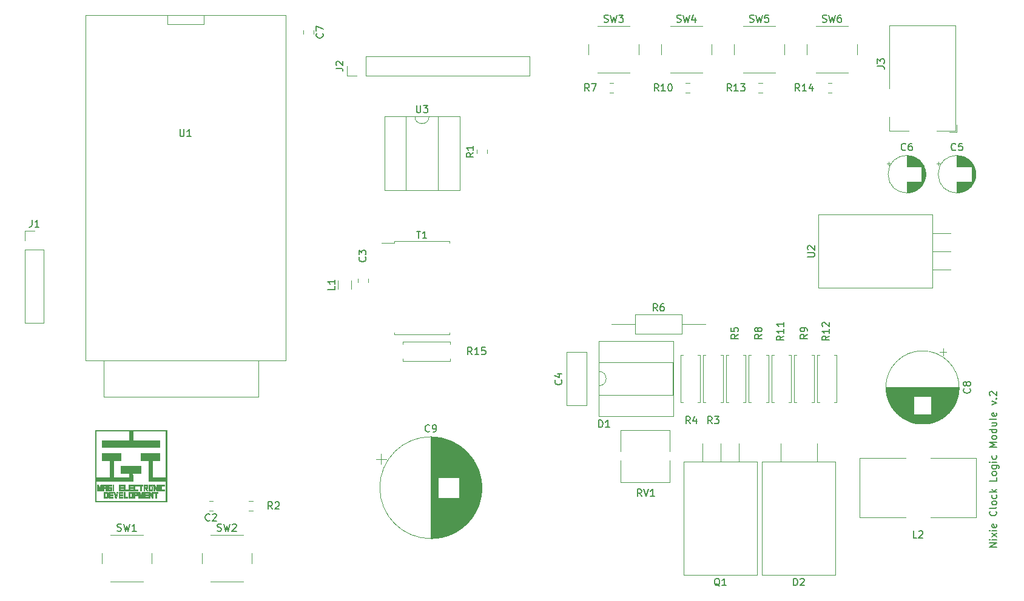
<source format=gbr>
%TF.GenerationSoftware,KiCad,Pcbnew,(5.1.6)-1*%
%TF.CreationDate,2020-11-21T12:12:01+09:00*%
%TF.ProjectId,nixieLogicV2,6e697869-654c-46f6-9769-6356322e6b69,rev?*%
%TF.SameCoordinates,Original*%
%TF.FileFunction,Legend,Top*%
%TF.FilePolarity,Positive*%
%FSLAX46Y46*%
G04 Gerber Fmt 4.6, Leading zero omitted, Abs format (unit mm)*
G04 Created by KiCad (PCBNEW (5.1.6)-1) date 2020-11-21 12:12:01*
%MOMM*%
%LPD*%
G01*
G04 APERTURE LIST*
%ADD10C,0.150000*%
%ADD11C,0.010000*%
%ADD12C,0.120000*%
G04 APERTURE END LIST*
D10*
X219908380Y-130237142D02*
X218908380Y-130237142D01*
X219908380Y-129665714D01*
X218908380Y-129665714D01*
X219908380Y-129189523D02*
X219241714Y-129189523D01*
X218908380Y-129189523D02*
X218956000Y-129237142D01*
X219003619Y-129189523D01*
X218956000Y-129141904D01*
X218908380Y-129189523D01*
X219003619Y-129189523D01*
X219908380Y-128808571D02*
X219241714Y-128284761D01*
X219241714Y-128808571D02*
X219908380Y-128284761D01*
X219908380Y-127903809D02*
X219241714Y-127903809D01*
X218908380Y-127903809D02*
X218956000Y-127951428D01*
X219003619Y-127903809D01*
X218956000Y-127856190D01*
X218908380Y-127903809D01*
X219003619Y-127903809D01*
X219860761Y-127046666D02*
X219908380Y-127141904D01*
X219908380Y-127332380D01*
X219860761Y-127427619D01*
X219765523Y-127475238D01*
X219384571Y-127475238D01*
X219289333Y-127427619D01*
X219241714Y-127332380D01*
X219241714Y-127141904D01*
X219289333Y-127046666D01*
X219384571Y-126999047D01*
X219479809Y-126999047D01*
X219575047Y-127475238D01*
X219813142Y-125237142D02*
X219860761Y-125284761D01*
X219908380Y-125427619D01*
X219908380Y-125522857D01*
X219860761Y-125665714D01*
X219765523Y-125760952D01*
X219670285Y-125808571D01*
X219479809Y-125856190D01*
X219336952Y-125856190D01*
X219146476Y-125808571D01*
X219051238Y-125760952D01*
X218956000Y-125665714D01*
X218908380Y-125522857D01*
X218908380Y-125427619D01*
X218956000Y-125284761D01*
X219003619Y-125237142D01*
X219908380Y-124665714D02*
X219860761Y-124760952D01*
X219765523Y-124808571D01*
X218908380Y-124808571D01*
X219908380Y-124141904D02*
X219860761Y-124237142D01*
X219813142Y-124284761D01*
X219717904Y-124332380D01*
X219432190Y-124332380D01*
X219336952Y-124284761D01*
X219289333Y-124237142D01*
X219241714Y-124141904D01*
X219241714Y-123999047D01*
X219289333Y-123903809D01*
X219336952Y-123856190D01*
X219432190Y-123808571D01*
X219717904Y-123808571D01*
X219813142Y-123856190D01*
X219860761Y-123903809D01*
X219908380Y-123999047D01*
X219908380Y-124141904D01*
X219860761Y-122951428D02*
X219908380Y-123046666D01*
X219908380Y-123237142D01*
X219860761Y-123332380D01*
X219813142Y-123380000D01*
X219717904Y-123427619D01*
X219432190Y-123427619D01*
X219336952Y-123380000D01*
X219289333Y-123332380D01*
X219241714Y-123237142D01*
X219241714Y-123046666D01*
X219289333Y-122951428D01*
X219908380Y-122522857D02*
X218908380Y-122522857D01*
X219527428Y-122427619D02*
X219908380Y-122141904D01*
X219241714Y-122141904D02*
X219622666Y-122522857D01*
X219908380Y-120475238D02*
X219908380Y-120951428D01*
X218908380Y-120951428D01*
X219908380Y-119999047D02*
X219860761Y-120094285D01*
X219813142Y-120141904D01*
X219717904Y-120189523D01*
X219432190Y-120189523D01*
X219336952Y-120141904D01*
X219289333Y-120094285D01*
X219241714Y-119999047D01*
X219241714Y-119856190D01*
X219289333Y-119760952D01*
X219336952Y-119713333D01*
X219432190Y-119665714D01*
X219717904Y-119665714D01*
X219813142Y-119713333D01*
X219860761Y-119760952D01*
X219908380Y-119856190D01*
X219908380Y-119999047D01*
X219241714Y-118808571D02*
X220051238Y-118808571D01*
X220146476Y-118856190D01*
X220194095Y-118903809D01*
X220241714Y-118999047D01*
X220241714Y-119141904D01*
X220194095Y-119237142D01*
X219860761Y-118808571D02*
X219908380Y-118903809D01*
X219908380Y-119094285D01*
X219860761Y-119189523D01*
X219813142Y-119237142D01*
X219717904Y-119284761D01*
X219432190Y-119284761D01*
X219336952Y-119237142D01*
X219289333Y-119189523D01*
X219241714Y-119094285D01*
X219241714Y-118903809D01*
X219289333Y-118808571D01*
X219908380Y-118332380D02*
X219241714Y-118332380D01*
X218908380Y-118332380D02*
X218956000Y-118380000D01*
X219003619Y-118332380D01*
X218956000Y-118284761D01*
X218908380Y-118332380D01*
X219003619Y-118332380D01*
X219860761Y-117427619D02*
X219908380Y-117522857D01*
X219908380Y-117713333D01*
X219860761Y-117808571D01*
X219813142Y-117856190D01*
X219717904Y-117903809D01*
X219432190Y-117903809D01*
X219336952Y-117856190D01*
X219289333Y-117808571D01*
X219241714Y-117713333D01*
X219241714Y-117522857D01*
X219289333Y-117427619D01*
X219908380Y-116237142D02*
X218908380Y-116237142D01*
X219622666Y-115903809D01*
X218908380Y-115570476D01*
X219908380Y-115570476D01*
X219908380Y-114951428D02*
X219860761Y-115046666D01*
X219813142Y-115094285D01*
X219717904Y-115141904D01*
X219432190Y-115141904D01*
X219336952Y-115094285D01*
X219289333Y-115046666D01*
X219241714Y-114951428D01*
X219241714Y-114808571D01*
X219289333Y-114713333D01*
X219336952Y-114665714D01*
X219432190Y-114618095D01*
X219717904Y-114618095D01*
X219813142Y-114665714D01*
X219860761Y-114713333D01*
X219908380Y-114808571D01*
X219908380Y-114951428D01*
X219908380Y-113760952D02*
X218908380Y-113760952D01*
X219860761Y-113760952D02*
X219908380Y-113856190D01*
X219908380Y-114046666D01*
X219860761Y-114141904D01*
X219813142Y-114189523D01*
X219717904Y-114237142D01*
X219432190Y-114237142D01*
X219336952Y-114189523D01*
X219289333Y-114141904D01*
X219241714Y-114046666D01*
X219241714Y-113856190D01*
X219289333Y-113760952D01*
X219241714Y-112856190D02*
X219908380Y-112856190D01*
X219241714Y-113284761D02*
X219765523Y-113284761D01*
X219860761Y-113237142D01*
X219908380Y-113141904D01*
X219908380Y-112999047D01*
X219860761Y-112903809D01*
X219813142Y-112856190D01*
X219908380Y-112237142D02*
X219860761Y-112332380D01*
X219765523Y-112380000D01*
X218908380Y-112380000D01*
X219860761Y-111475238D02*
X219908380Y-111570476D01*
X219908380Y-111760952D01*
X219860761Y-111856190D01*
X219765523Y-111903809D01*
X219384571Y-111903809D01*
X219289333Y-111856190D01*
X219241714Y-111760952D01*
X219241714Y-111570476D01*
X219289333Y-111475238D01*
X219384571Y-111427619D01*
X219479809Y-111427619D01*
X219575047Y-111903809D01*
X219241714Y-110332380D02*
X219908380Y-110094285D01*
X219241714Y-109856190D01*
X219813142Y-109475238D02*
X219860761Y-109427619D01*
X219908380Y-109475238D01*
X219860761Y-109522857D01*
X219813142Y-109475238D01*
X219908380Y-109475238D01*
X219003619Y-109046666D02*
X218956000Y-108999047D01*
X218908380Y-108903809D01*
X218908380Y-108665714D01*
X218956000Y-108570476D01*
X219003619Y-108522857D01*
X219098857Y-108475238D01*
X219194095Y-108475238D01*
X219336952Y-108522857D01*
X219908380Y-109094285D01*
X219908380Y-108475238D01*
D11*
%TO.C,G\u002A\u002A\u002A*%
G36*
X104059566Y-123871566D02*
G01*
X99061853Y-123873690D01*
X98702102Y-123873837D01*
X98358939Y-123873964D01*
X98032017Y-123874070D01*
X97720990Y-123874156D01*
X97425513Y-123874219D01*
X97145239Y-123874261D01*
X96879823Y-123874280D01*
X96628918Y-123874276D01*
X96392178Y-123874247D01*
X96169259Y-123874194D01*
X95959813Y-123874116D01*
X95763494Y-123874013D01*
X95579957Y-123873883D01*
X95408856Y-123873726D01*
X95249845Y-123873542D01*
X95102577Y-123873329D01*
X94966707Y-123873088D01*
X94841889Y-123872818D01*
X94727777Y-123872518D01*
X94624025Y-123872188D01*
X94530286Y-123871827D01*
X94446216Y-123871434D01*
X94371467Y-123871009D01*
X94305694Y-123870551D01*
X94248551Y-123870060D01*
X94199693Y-123869535D01*
X94158772Y-123868976D01*
X94125444Y-123868382D01*
X94099361Y-123867752D01*
X94080179Y-123867085D01*
X94067551Y-123866382D01*
X94061131Y-123865642D01*
X94060122Y-123865223D01*
X94059893Y-123856215D01*
X94059673Y-123830742D01*
X94059465Y-123789271D01*
X94059267Y-123732272D01*
X94059081Y-123660213D01*
X94058905Y-123573561D01*
X94058741Y-123472784D01*
X94058589Y-123358352D01*
X94058448Y-123230732D01*
X94058320Y-123090392D01*
X94058203Y-122937800D01*
X94058099Y-122773426D01*
X94058007Y-122597736D01*
X94057928Y-122411199D01*
X94057862Y-122214284D01*
X94057808Y-122007458D01*
X94057768Y-121791189D01*
X94057741Y-121565947D01*
X94057728Y-121332198D01*
X94057728Y-121090412D01*
X94057742Y-120841055D01*
X94057770Y-120584598D01*
X94057813Y-120321507D01*
X94057869Y-120052251D01*
X94057941Y-119777298D01*
X94058027Y-119497117D01*
X94058127Y-119212175D01*
X94058243Y-118922940D01*
X94058269Y-118863533D01*
X94060387Y-113978266D01*
X94166266Y-113978266D01*
X94166266Y-120472199D01*
X96105133Y-120472199D01*
X96105133Y-118127062D01*
X95059499Y-118122700D01*
X95055131Y-117127866D01*
X97654533Y-117127866D01*
X97654533Y-118126933D01*
X96604607Y-118126933D01*
X96606753Y-119297450D01*
X96608900Y-120467966D01*
X98810233Y-120467966D01*
X98814683Y-119871066D01*
X97662999Y-119871066D01*
X97662999Y-118872000D01*
X100457000Y-118872000D01*
X100457000Y-119871066D01*
X99303299Y-119871066D01*
X99306533Y-120419283D01*
X99309766Y-120967499D01*
X96738016Y-120969630D01*
X94166266Y-120971760D01*
X94166266Y-123765733D01*
X103953733Y-123765733D01*
X103953733Y-120971733D01*
X101515333Y-120971733D01*
X101515333Y-118126933D01*
X100465466Y-118126933D01*
X100465466Y-117127866D01*
X103064868Y-117127866D01*
X103060500Y-118122700D01*
X102014866Y-118127062D01*
X102014866Y-120472199D01*
X103953733Y-120472199D01*
X103953733Y-113978266D01*
X99305428Y-113978266D01*
X99309766Y-115286366D01*
X101187249Y-115288502D01*
X103064733Y-115290637D01*
X103064733Y-116289666D01*
X95055266Y-116289666D01*
X95055266Y-115290637D01*
X96932750Y-115288502D01*
X98810233Y-115286366D01*
X98814571Y-113978266D01*
X94166266Y-113978266D01*
X94060387Y-113978266D01*
X94060433Y-113872433D01*
X104059566Y-113872433D01*
X104059566Y-123871566D01*
G37*
X104059566Y-123871566D02*
X99061853Y-123873690D01*
X98702102Y-123873837D01*
X98358939Y-123873964D01*
X98032017Y-123874070D01*
X97720990Y-123874156D01*
X97425513Y-123874219D01*
X97145239Y-123874261D01*
X96879823Y-123874280D01*
X96628918Y-123874276D01*
X96392178Y-123874247D01*
X96169259Y-123874194D01*
X95959813Y-123874116D01*
X95763494Y-123874013D01*
X95579957Y-123873883D01*
X95408856Y-123873726D01*
X95249845Y-123873542D01*
X95102577Y-123873329D01*
X94966707Y-123873088D01*
X94841889Y-123872818D01*
X94727777Y-123872518D01*
X94624025Y-123872188D01*
X94530286Y-123871827D01*
X94446216Y-123871434D01*
X94371467Y-123871009D01*
X94305694Y-123870551D01*
X94248551Y-123870060D01*
X94199693Y-123869535D01*
X94158772Y-123868976D01*
X94125444Y-123868382D01*
X94099361Y-123867752D01*
X94080179Y-123867085D01*
X94067551Y-123866382D01*
X94061131Y-123865642D01*
X94060122Y-123865223D01*
X94059893Y-123856215D01*
X94059673Y-123830742D01*
X94059465Y-123789271D01*
X94059267Y-123732272D01*
X94059081Y-123660213D01*
X94058905Y-123573561D01*
X94058741Y-123472784D01*
X94058589Y-123358352D01*
X94058448Y-123230732D01*
X94058320Y-123090392D01*
X94058203Y-122937800D01*
X94058099Y-122773426D01*
X94058007Y-122597736D01*
X94057928Y-122411199D01*
X94057862Y-122214284D01*
X94057808Y-122007458D01*
X94057768Y-121791189D01*
X94057741Y-121565947D01*
X94057728Y-121332198D01*
X94057728Y-121090412D01*
X94057742Y-120841055D01*
X94057770Y-120584598D01*
X94057813Y-120321507D01*
X94057869Y-120052251D01*
X94057941Y-119777298D01*
X94058027Y-119497117D01*
X94058127Y-119212175D01*
X94058243Y-118922940D01*
X94058269Y-118863533D01*
X94060387Y-113978266D01*
X94166266Y-113978266D01*
X94166266Y-120472199D01*
X96105133Y-120472199D01*
X96105133Y-118127062D01*
X95059499Y-118122700D01*
X95055131Y-117127866D01*
X97654533Y-117127866D01*
X97654533Y-118126933D01*
X96604607Y-118126933D01*
X96606753Y-119297450D01*
X96608900Y-120467966D01*
X98810233Y-120467966D01*
X98814683Y-119871066D01*
X97662999Y-119871066D01*
X97662999Y-118872000D01*
X100457000Y-118872000D01*
X100457000Y-119871066D01*
X99303299Y-119871066D01*
X99306533Y-120419283D01*
X99309766Y-120967499D01*
X96738016Y-120969630D01*
X94166266Y-120971760D01*
X94166266Y-123765733D01*
X103953733Y-123765733D01*
X103953733Y-120971733D01*
X101515333Y-120971733D01*
X101515333Y-118126933D01*
X100465466Y-118126933D01*
X100465466Y-117127866D01*
X103064868Y-117127866D01*
X103060500Y-118122700D01*
X102014866Y-118127062D01*
X102014866Y-120472199D01*
X103953733Y-120472199D01*
X103953733Y-113978266D01*
X99305428Y-113978266D01*
X99309766Y-115286366D01*
X101187249Y-115288502D01*
X103064733Y-115290637D01*
X103064733Y-116289666D01*
X95055266Y-116289666D01*
X95055266Y-115290637D01*
X96932750Y-115288502D01*
X98810233Y-115286366D01*
X98814571Y-113978266D01*
X94166266Y-113978266D01*
X94060387Y-113978266D01*
X94060433Y-113872433D01*
X104059566Y-113872433D01*
X104059566Y-123871566D01*
G36*
X95829399Y-122557988D02*
G01*
X95859600Y-122594843D01*
X95859599Y-122927533D01*
X95859599Y-123260222D01*
X95829399Y-123297078D01*
X95799199Y-123333933D01*
X95283866Y-123333933D01*
X95283866Y-122656600D01*
X95444733Y-122656600D01*
X95444733Y-123198466D01*
X95707199Y-123198466D01*
X95707199Y-122656600D01*
X95444733Y-122656600D01*
X95283866Y-122656600D01*
X95283866Y-122521133D01*
X95799199Y-122521133D01*
X95829399Y-122557988D01*
G37*
X95829399Y-122557988D02*
X95859600Y-122594843D01*
X95859599Y-122927533D01*
X95859599Y-123260222D01*
X95829399Y-123297078D01*
X95799199Y-123333933D01*
X95283866Y-123333933D01*
X95283866Y-122656600D01*
X95444733Y-122656600D01*
X95444733Y-123198466D01*
X95707199Y-123198466D01*
X95707199Y-122656600D01*
X95444733Y-122656600D01*
X95283866Y-122656600D01*
X95283866Y-122521133D01*
X95799199Y-122521133D01*
X95829399Y-122557988D01*
G36*
X96545400Y-122656600D02*
G01*
X96130533Y-122656600D01*
X96130533Y-122859800D01*
X96545400Y-122859800D01*
X96545400Y-122995266D01*
X96130533Y-122995266D01*
X96130533Y-123198466D01*
X96545400Y-123198466D01*
X96545400Y-123333933D01*
X95978133Y-123333933D01*
X95978133Y-122521133D01*
X96545400Y-122521133D01*
X96545400Y-122656600D01*
G37*
X96545400Y-122656600D02*
X96130533Y-122656600D01*
X96130533Y-122859800D01*
X96545400Y-122859800D01*
X96545400Y-122995266D01*
X96130533Y-122995266D01*
X96130533Y-123198466D01*
X96545400Y-123198466D01*
X96545400Y-123333933D01*
X95978133Y-123333933D01*
X95978133Y-122521133D01*
X96545400Y-122521133D01*
X96545400Y-122656600D01*
G36*
X97147041Y-122925416D02*
G01*
X97057179Y-123329700D01*
X96959039Y-123332075D01*
X96860898Y-123334451D01*
X96829127Y-123200842D01*
X96818950Y-123158129D01*
X96805632Y-123102366D01*
X96789992Y-123036967D01*
X96772844Y-122965345D01*
X96755008Y-122890916D01*
X96737300Y-122817092D01*
X96732309Y-122796300D01*
X96667261Y-122525366D01*
X96743206Y-122522913D01*
X96777715Y-122522664D01*
X96805162Y-122524099D01*
X96821515Y-122526937D01*
X96824155Y-122528556D01*
X96826908Y-122538472D01*
X96832516Y-122563076D01*
X96840572Y-122600440D01*
X96850673Y-122648636D01*
X96862414Y-122705734D01*
X96875390Y-122769806D01*
X96888159Y-122833693D01*
X96901864Y-122902089D01*
X96914686Y-122964931D01*
X96926228Y-123020359D01*
X96936093Y-123066511D01*
X96943883Y-123101527D01*
X96949200Y-123123545D01*
X96951596Y-123130730D01*
X96954416Y-123122782D01*
X96960277Y-123100279D01*
X96968710Y-123065233D01*
X96979246Y-123019654D01*
X96991415Y-122965553D01*
X97004747Y-122904941D01*
X97010403Y-122878847D01*
X97024639Y-122812978D01*
X97038296Y-122749932D01*
X97050807Y-122692319D01*
X97061604Y-122642751D01*
X97070118Y-122603839D01*
X97075781Y-122578196D01*
X97076711Y-122574050D01*
X97088648Y-122521133D01*
X97236903Y-122521133D01*
X97147041Y-122925416D01*
G37*
X97147041Y-122925416D02*
X97057179Y-123329700D01*
X96959039Y-123332075D01*
X96860898Y-123334451D01*
X96829127Y-123200842D01*
X96818950Y-123158129D01*
X96805632Y-123102366D01*
X96789992Y-123036967D01*
X96772844Y-122965345D01*
X96755008Y-122890916D01*
X96737300Y-122817092D01*
X96732309Y-122796300D01*
X96667261Y-122525366D01*
X96743206Y-122522913D01*
X96777715Y-122522664D01*
X96805162Y-122524099D01*
X96821515Y-122526937D01*
X96824155Y-122528556D01*
X96826908Y-122538472D01*
X96832516Y-122563076D01*
X96840572Y-122600440D01*
X96850673Y-122648636D01*
X96862414Y-122705734D01*
X96875390Y-122769806D01*
X96888159Y-122833693D01*
X96901864Y-122902089D01*
X96914686Y-122964931D01*
X96926228Y-123020359D01*
X96936093Y-123066511D01*
X96943883Y-123101527D01*
X96949200Y-123123545D01*
X96951596Y-123130730D01*
X96954416Y-123122782D01*
X96960277Y-123100279D01*
X96968710Y-123065233D01*
X96979246Y-123019654D01*
X96991415Y-122965553D01*
X97004747Y-122904941D01*
X97010403Y-122878847D01*
X97024639Y-122812978D01*
X97038296Y-122749932D01*
X97050807Y-122692319D01*
X97061604Y-122642751D01*
X97070118Y-122603839D01*
X97075781Y-122578196D01*
X97076711Y-122574050D01*
X97088648Y-122521133D01*
X97236903Y-122521133D01*
X97147041Y-122925416D01*
G36*
X97925466Y-122656600D02*
G01*
X97519066Y-122656600D01*
X97519066Y-122859800D01*
X97925466Y-122859800D01*
X97925466Y-122995266D01*
X97519066Y-122995266D01*
X97519066Y-123198466D01*
X97925466Y-123198466D01*
X97925466Y-123333933D01*
X97358199Y-123333933D01*
X97358199Y-122521133D01*
X97925466Y-122521133D01*
X97925466Y-122656600D01*
G37*
X97925466Y-122656600D02*
X97519066Y-122656600D01*
X97519066Y-122859800D01*
X97925466Y-122859800D01*
X97925466Y-122995266D01*
X97519066Y-122995266D01*
X97519066Y-123198466D01*
X97925466Y-123198466D01*
X97925466Y-123333933D01*
X97358199Y-123333933D01*
X97358199Y-122521133D01*
X97925466Y-122521133D01*
X97925466Y-122656600D01*
G36*
X98204866Y-123198466D02*
G01*
X98619733Y-123198466D01*
X98619733Y-123333933D01*
X98043999Y-123333933D01*
X98043999Y-122521133D01*
X98204866Y-122521133D01*
X98204866Y-123198466D01*
G37*
X98204866Y-123198466D02*
X98619733Y-123198466D01*
X98619733Y-123333933D01*
X98043999Y-123333933D01*
X98043999Y-122521133D01*
X98204866Y-122521133D01*
X98204866Y-123198466D01*
G36*
X99314000Y-123333933D02*
G01*
X98738266Y-123333933D01*
X98738266Y-122656600D01*
X98899133Y-122656600D01*
X98899133Y-123198466D01*
X99161600Y-123198466D01*
X99161600Y-122656600D01*
X98899133Y-122656600D01*
X98738266Y-122656600D01*
X98738266Y-122521133D01*
X99314000Y-122521133D01*
X99314000Y-123333933D01*
G37*
X99314000Y-123333933D02*
X98738266Y-123333933D01*
X98738266Y-122656600D01*
X98899133Y-122656600D01*
X98899133Y-123198466D01*
X99161600Y-123198466D01*
X99161600Y-122656600D01*
X98899133Y-122656600D01*
X98738266Y-122656600D01*
X98738266Y-122521133D01*
X99314000Y-122521133D01*
X99314000Y-123333933D01*
G36*
X99999800Y-122995266D02*
G01*
X99584933Y-122995266D01*
X99584933Y-123333933D01*
X99432533Y-123333933D01*
X99432533Y-122656600D01*
X99584933Y-122656600D01*
X99584933Y-122859800D01*
X99855866Y-122859800D01*
X99855866Y-122656600D01*
X99584933Y-122656600D01*
X99432533Y-122656600D01*
X99432533Y-122521133D01*
X99999800Y-122521133D01*
X99999800Y-122995266D01*
G37*
X99999800Y-122995266D02*
X99584933Y-122995266D01*
X99584933Y-123333933D01*
X99432533Y-123333933D01*
X99432533Y-122656600D01*
X99584933Y-122656600D01*
X99584933Y-122859800D01*
X99855866Y-122859800D01*
X99855866Y-122656600D01*
X99584933Y-122656600D01*
X99432533Y-122656600D01*
X99432533Y-122521133D01*
X99999800Y-122521133D01*
X99999800Y-122995266D01*
G36*
X100282947Y-122525366D02*
G01*
X100327651Y-122648133D01*
X100347053Y-122701395D01*
X100368092Y-122759116D01*
X100388405Y-122814818D01*
X100405630Y-122862023D01*
X100407727Y-122867766D01*
X100443099Y-122964633D01*
X100457248Y-122931266D01*
X100464233Y-122913863D01*
X100476082Y-122883314D01*
X100491753Y-122842347D01*
X100510208Y-122793686D01*
X100530405Y-122740059D01*
X100541849Y-122709516D01*
X100612302Y-122521133D01*
X100761799Y-122521133D01*
X100761799Y-123333933D01*
X100617866Y-123333933D01*
X100617866Y-123167139D01*
X100617512Y-123113956D01*
X100616514Y-123069440D01*
X100614965Y-123035627D01*
X100612963Y-123014555D01*
X100610601Y-123008260D01*
X100610457Y-123008389D01*
X100605616Y-123018598D01*
X100596484Y-123042318D01*
X100583994Y-123076955D01*
X100569079Y-123119913D01*
X100552671Y-123168597D01*
X100550486Y-123175183D01*
X100497926Y-123333933D01*
X100401490Y-123333933D01*
X100342462Y-123166716D01*
X100283433Y-122999500D01*
X100281137Y-123166716D01*
X100278842Y-123333933D01*
X100118333Y-123333933D01*
X100118333Y-122520520D01*
X100282947Y-122525366D01*
G37*
X100282947Y-122525366D02*
X100327651Y-122648133D01*
X100347053Y-122701395D01*
X100368092Y-122759116D01*
X100388405Y-122814818D01*
X100405630Y-122862023D01*
X100407727Y-122867766D01*
X100443099Y-122964633D01*
X100457248Y-122931266D01*
X100464233Y-122913863D01*
X100476082Y-122883314D01*
X100491753Y-122842347D01*
X100510208Y-122793686D01*
X100530405Y-122740059D01*
X100541849Y-122709516D01*
X100612302Y-122521133D01*
X100761799Y-122521133D01*
X100761799Y-123333933D01*
X100617866Y-123333933D01*
X100617866Y-123167139D01*
X100617512Y-123113956D01*
X100616514Y-123069440D01*
X100614965Y-123035627D01*
X100612963Y-123014555D01*
X100610601Y-123008260D01*
X100610457Y-123008389D01*
X100605616Y-123018598D01*
X100596484Y-123042318D01*
X100583994Y-123076955D01*
X100569079Y-123119913D01*
X100552671Y-123168597D01*
X100550486Y-123175183D01*
X100497926Y-123333933D01*
X100401490Y-123333933D01*
X100342462Y-123166716D01*
X100283433Y-122999500D01*
X100281137Y-123166716D01*
X100278842Y-123333933D01*
X100118333Y-123333933D01*
X100118333Y-122520520D01*
X100282947Y-122525366D01*
G36*
X101456066Y-122656600D02*
G01*
X101041199Y-122656600D01*
X101041199Y-122859800D01*
X101456066Y-122859800D01*
X101456066Y-122995266D01*
X101041199Y-122995266D01*
X101041199Y-123198466D01*
X101456066Y-123198466D01*
X101456066Y-123333933D01*
X100880333Y-123333933D01*
X100880333Y-122521133D01*
X101456066Y-122521133D01*
X101456066Y-122656600D01*
G37*
X101456066Y-122656600D02*
X101041199Y-122656600D01*
X101041199Y-122859800D01*
X101456066Y-122859800D01*
X101456066Y-122995266D01*
X101041199Y-122995266D01*
X101041199Y-123198466D01*
X101456066Y-123198466D01*
X101456066Y-123333933D01*
X100880333Y-123333933D01*
X100880333Y-122521133D01*
X101456066Y-122521133D01*
X101456066Y-122656600D01*
G36*
X101863959Y-122747616D02*
G01*
X101993699Y-122974100D01*
X101995954Y-122747616D01*
X101998209Y-122521133D01*
X102141866Y-122521133D01*
X102141866Y-123333933D01*
X102067783Y-123333775D01*
X101993699Y-123333617D01*
X101866699Y-123103058D01*
X101739699Y-122872500D01*
X101737447Y-123103216D01*
X101735194Y-123333933D01*
X101574599Y-123333933D01*
X101574599Y-122521133D01*
X101734219Y-122521133D01*
X101863959Y-122747616D01*
G37*
X101863959Y-122747616D02*
X101993699Y-122974100D01*
X101995954Y-122747616D01*
X101998209Y-122521133D01*
X102141866Y-122521133D01*
X102141866Y-123333933D01*
X102067783Y-123333775D01*
X101993699Y-123333617D01*
X101866699Y-123103058D01*
X101739699Y-122872500D01*
X101737447Y-123103216D01*
X101735194Y-123333933D01*
X101574599Y-123333933D01*
X101574599Y-122521133D01*
X101734219Y-122521133D01*
X101863959Y-122747616D01*
G36*
X102836133Y-122656600D02*
G01*
X102641400Y-122656600D01*
X102641400Y-123333933D01*
X102480533Y-123333933D01*
X102480533Y-122656600D01*
X102260399Y-122656600D01*
X102260399Y-122521133D01*
X102836133Y-122521133D01*
X102836133Y-122656600D01*
G37*
X102836133Y-122656600D02*
X102641400Y-122656600D01*
X102641400Y-123333933D01*
X102480533Y-123333933D01*
X102480533Y-122656600D01*
X102260399Y-122656600D01*
X102260399Y-122521133D01*
X102836133Y-122521133D01*
X102836133Y-122656600D01*
G36*
X94443061Y-121506943D02*
G01*
X94525123Y-121509366D01*
X94603621Y-121725266D01*
X94624433Y-121782500D01*
X94643380Y-121834591D01*
X94659682Y-121879396D01*
X94672561Y-121914774D01*
X94681236Y-121938583D01*
X94684928Y-121948680D01*
X94684952Y-121948746D01*
X94688503Y-121943132D01*
X94697141Y-121923536D01*
X94710105Y-121891866D01*
X94726630Y-121850030D01*
X94745955Y-121799937D01*
X94767316Y-121743495D01*
X94772043Y-121730871D01*
X94856300Y-121505417D01*
X95004466Y-121505133D01*
X95004466Y-122326400D01*
X94860883Y-122326400D01*
X94858591Y-122154949D01*
X94856300Y-121983499D01*
X94797094Y-122155311D01*
X94737889Y-122327122D01*
X94691524Y-122324644D01*
X94645160Y-122322166D01*
X94585630Y-122152833D01*
X94526099Y-121983499D01*
X94523808Y-122154949D01*
X94521516Y-122326400D01*
X94446902Y-122326400D01*
X94412872Y-122325798D01*
X94385578Y-122324189D01*
X94369232Y-122321870D01*
X94366644Y-122320755D01*
X94365514Y-122311406D01*
X94364459Y-122286793D01*
X94363503Y-122248584D01*
X94362668Y-122198449D01*
X94361977Y-122138056D01*
X94361453Y-122069074D01*
X94361120Y-121993172D01*
X94361000Y-121912019D01*
X94361000Y-121504520D01*
X94443061Y-121506943D01*
G37*
X94443061Y-121506943D02*
X94525123Y-121509366D01*
X94603621Y-121725266D01*
X94624433Y-121782500D01*
X94643380Y-121834591D01*
X94659682Y-121879396D01*
X94672561Y-121914774D01*
X94681236Y-121938583D01*
X94684928Y-121948680D01*
X94684952Y-121948746D01*
X94688503Y-121943132D01*
X94697141Y-121923536D01*
X94710105Y-121891866D01*
X94726630Y-121850030D01*
X94745955Y-121799937D01*
X94767316Y-121743495D01*
X94772043Y-121730871D01*
X94856300Y-121505417D01*
X95004466Y-121505133D01*
X95004466Y-122326400D01*
X94860883Y-122326400D01*
X94858591Y-122154949D01*
X94856300Y-121983499D01*
X94797094Y-122155311D01*
X94737889Y-122327122D01*
X94691524Y-122324644D01*
X94645160Y-122322166D01*
X94585630Y-122152833D01*
X94526099Y-121983499D01*
X94523808Y-122154949D01*
X94521516Y-122326400D01*
X94446902Y-122326400D01*
X94412872Y-122325798D01*
X94385578Y-122324189D01*
X94369232Y-122321870D01*
X94366644Y-122320755D01*
X94365514Y-122311406D01*
X94364459Y-122286793D01*
X94363503Y-122248584D01*
X94362668Y-122198449D01*
X94361977Y-122138056D01*
X94361453Y-122069074D01*
X94361120Y-121993172D01*
X94361000Y-121912019D01*
X94361000Y-121504520D01*
X94443061Y-121506943D01*
G36*
X95698733Y-122326400D02*
G01*
X95546333Y-122326400D01*
X95546333Y-121979266D01*
X95283866Y-121979266D01*
X95283866Y-122326400D01*
X95123000Y-122326400D01*
X95123000Y-121852266D01*
X95283345Y-121852266D01*
X95546333Y-121852266D01*
X95546333Y-121640158D01*
X95417216Y-121642496D01*
X95288100Y-121644833D01*
X95285722Y-121748549D01*
X95283345Y-121852266D01*
X95123000Y-121852266D01*
X95123000Y-121505133D01*
X95698733Y-121505133D01*
X95698733Y-122326400D01*
G37*
X95698733Y-122326400D02*
X95546333Y-122326400D01*
X95546333Y-121979266D01*
X95283866Y-121979266D01*
X95283866Y-122326400D01*
X95123000Y-122326400D01*
X95123000Y-121852266D01*
X95283345Y-121852266D01*
X95546333Y-121852266D01*
X95546333Y-121640158D01*
X95417216Y-121642496D01*
X95288100Y-121644833D01*
X95285722Y-121748549D01*
X95283345Y-121852266D01*
X95123000Y-121852266D01*
X95123000Y-121505133D01*
X95698733Y-121505133D01*
X95698733Y-122326400D01*
G36*
X96393000Y-121640599D02*
G01*
X95978133Y-121640599D01*
X95978133Y-122182466D01*
X96240600Y-122182466D01*
X96240600Y-121979266D01*
X96071266Y-121979266D01*
X96071266Y-121852266D01*
X96393267Y-121852266D01*
X96391017Y-122087216D01*
X96388766Y-122322166D01*
X96103016Y-122324395D01*
X95817266Y-122326625D01*
X95817266Y-121505133D01*
X96393000Y-121505133D01*
X96393000Y-121640599D01*
G37*
X96393000Y-121640599D02*
X95978133Y-121640599D01*
X95978133Y-122182466D01*
X96240600Y-122182466D01*
X96240600Y-121979266D01*
X96071266Y-121979266D01*
X96071266Y-121852266D01*
X96393267Y-121852266D01*
X96391017Y-122087216D01*
X96388766Y-122322166D01*
X96103016Y-122324395D01*
X95817266Y-122326625D01*
X95817266Y-121505133D01*
X96393000Y-121505133D01*
X96393000Y-121640599D01*
G36*
X96663933Y-122326400D02*
G01*
X96511533Y-122326400D01*
X96511533Y-121505133D01*
X96663933Y-121505133D01*
X96663933Y-122326400D01*
G37*
X96663933Y-122326400D02*
X96511533Y-122326400D01*
X96511533Y-121505133D01*
X96663933Y-121505133D01*
X96663933Y-122326400D01*
G36*
X97950866Y-121640599D02*
G01*
X97535999Y-121640599D01*
X97535999Y-121852266D01*
X97950866Y-121852266D01*
X97950866Y-121979266D01*
X97535999Y-121979266D01*
X97535999Y-122182466D01*
X97950866Y-122182466D01*
X97950866Y-122326400D01*
X97375133Y-122326400D01*
X97375133Y-121505133D01*
X97950866Y-121505133D01*
X97950866Y-121640599D01*
G37*
X97950866Y-121640599D02*
X97535999Y-121640599D01*
X97535999Y-121852266D01*
X97950866Y-121852266D01*
X97950866Y-121979266D01*
X97535999Y-121979266D01*
X97535999Y-122182466D01*
X97950866Y-122182466D01*
X97950866Y-122326400D01*
X97375133Y-122326400D01*
X97375133Y-121505133D01*
X97950866Y-121505133D01*
X97950866Y-121640599D01*
G36*
X98230266Y-122182466D02*
G01*
X98636666Y-122182466D01*
X98636666Y-122326400D01*
X98069399Y-122326400D01*
X98069399Y-121505133D01*
X98230266Y-121505133D01*
X98230266Y-122182466D01*
G37*
X98230266Y-122182466D02*
X98636666Y-122182466D01*
X98636666Y-122326400D01*
X98069399Y-122326400D01*
X98069399Y-121505133D01*
X98230266Y-121505133D01*
X98230266Y-122182466D01*
G36*
X99330933Y-121640298D02*
G01*
X99125616Y-121642566D01*
X98920300Y-121644833D01*
X98920300Y-121848033D01*
X99125616Y-121850300D01*
X99330933Y-121852567D01*
X99330933Y-121979266D01*
X98916066Y-121979266D01*
X98916066Y-122182466D01*
X99330933Y-122182466D01*
X99330933Y-122326400D01*
X99048711Y-122326400D01*
X98981194Y-122326236D01*
X98919134Y-122325772D01*
X98864545Y-122325047D01*
X98819443Y-122324100D01*
X98785845Y-122322971D01*
X98765766Y-122321699D01*
X98760844Y-122320755D01*
X98759713Y-122311406D01*
X98758658Y-122286793D01*
X98757702Y-122248586D01*
X98756867Y-122198454D01*
X98756176Y-122138067D01*
X98755652Y-122069095D01*
X98755319Y-121993207D01*
X98755200Y-121912072D01*
X98755200Y-121505133D01*
X99330933Y-121505133D01*
X99330933Y-121640298D01*
G37*
X99330933Y-121640298D02*
X99125616Y-121642566D01*
X98920300Y-121644833D01*
X98920300Y-121848033D01*
X99125616Y-121850300D01*
X99330933Y-121852567D01*
X99330933Y-121979266D01*
X98916066Y-121979266D01*
X98916066Y-122182466D01*
X99330933Y-122182466D01*
X99330933Y-122326400D01*
X99048711Y-122326400D01*
X98981194Y-122326236D01*
X98919134Y-122325772D01*
X98864545Y-122325047D01*
X98819443Y-122324100D01*
X98785845Y-122322971D01*
X98765766Y-122321699D01*
X98760844Y-122320755D01*
X98759713Y-122311406D01*
X98758658Y-122286793D01*
X98757702Y-122248586D01*
X98756867Y-122198454D01*
X98756176Y-122138067D01*
X98755652Y-122069095D01*
X98755319Y-121993207D01*
X98755200Y-121912072D01*
X98755200Y-121505133D01*
X99330933Y-121505133D01*
X99330933Y-121640298D01*
G36*
X100025200Y-121640599D02*
G01*
X99610333Y-121640599D01*
X99610333Y-122182466D01*
X100025200Y-122182466D01*
X100025200Y-122326400D01*
X99449466Y-122326400D01*
X99449466Y-121505133D01*
X100025200Y-121505133D01*
X100025200Y-121640599D01*
G37*
X100025200Y-121640599D02*
X99610333Y-121640599D01*
X99610333Y-122182466D01*
X100025200Y-122182466D01*
X100025200Y-122326400D01*
X99449466Y-122326400D01*
X99449466Y-121505133D01*
X100025200Y-121505133D01*
X100025200Y-121640599D01*
G36*
X100710999Y-121640045D02*
G01*
X100615749Y-121642439D01*
X100520500Y-121644833D01*
X100518287Y-121985616D01*
X100516074Y-122326400D01*
X100441381Y-122326400D01*
X100407333Y-122325798D01*
X100380019Y-122324191D01*
X100363649Y-122321875D01*
X100361044Y-122320755D01*
X100359808Y-122311322D01*
X100358666Y-122286792D01*
X100357647Y-122249002D01*
X100356782Y-122199787D01*
X100356102Y-122140984D01*
X100355636Y-122074429D01*
X100355414Y-122001959D01*
X100355400Y-121977855D01*
X100355400Y-121640599D01*
X100143733Y-121640599D01*
X100143733Y-121505133D01*
X100710999Y-121505133D01*
X100710999Y-121640045D01*
G37*
X100710999Y-121640045D02*
X100615749Y-121642439D01*
X100520500Y-121644833D01*
X100518287Y-121985616D01*
X100516074Y-122326400D01*
X100441381Y-122326400D01*
X100407333Y-122325798D01*
X100380019Y-122324191D01*
X100363649Y-122321875D01*
X100361044Y-122320755D01*
X100359808Y-122311322D01*
X100358666Y-122286792D01*
X100357647Y-122249002D01*
X100356782Y-122199787D01*
X100356102Y-122140984D01*
X100355636Y-122074429D01*
X100355414Y-122001959D01*
X100355400Y-121977855D01*
X100355400Y-121640599D01*
X100143733Y-121640599D01*
X100143733Y-121505133D01*
X100710999Y-121505133D01*
X100710999Y-121640045D01*
G36*
X101405266Y-121979266D02*
G01*
X101307899Y-121979266D01*
X101269565Y-121979542D01*
X101238336Y-121980293D01*
X101217554Y-121981402D01*
X101210533Y-121982667D01*
X101214509Y-121990565D01*
X101225456Y-122010551D01*
X101241903Y-122040035D01*
X101262380Y-122076425D01*
X101285417Y-122117130D01*
X101309542Y-122159560D01*
X101333285Y-122201124D01*
X101355176Y-122239230D01*
X101373743Y-122271289D01*
X101387516Y-122294708D01*
X101390022Y-122298883D01*
X101406647Y-122326400D01*
X101257035Y-122326400D01*
X101152908Y-122152833D01*
X101120136Y-122098304D01*
X101094742Y-122056590D01*
X101075407Y-122025973D01*
X101060814Y-122004738D01*
X101049643Y-121991169D01*
X101040577Y-121983549D01*
X101032298Y-121980162D01*
X101023488Y-121979293D01*
X101019590Y-121979266D01*
X100990399Y-121979266D01*
X100990399Y-122326400D01*
X100829533Y-122326400D01*
X100829533Y-121852266D01*
X100989878Y-121852266D01*
X101252866Y-121852266D01*
X101252866Y-121640158D01*
X101123749Y-121642496D01*
X100994633Y-121644833D01*
X100992256Y-121748549D01*
X100989878Y-121852266D01*
X100829533Y-121852266D01*
X100829533Y-121505133D01*
X101405266Y-121505133D01*
X101405266Y-121979266D01*
G37*
X101405266Y-121979266D02*
X101307899Y-121979266D01*
X101269565Y-121979542D01*
X101238336Y-121980293D01*
X101217554Y-121981402D01*
X101210533Y-121982667D01*
X101214509Y-121990565D01*
X101225456Y-122010551D01*
X101241903Y-122040035D01*
X101262380Y-122076425D01*
X101285417Y-122117130D01*
X101309542Y-122159560D01*
X101333285Y-122201124D01*
X101355176Y-122239230D01*
X101373743Y-122271289D01*
X101387516Y-122294708D01*
X101390022Y-122298883D01*
X101406647Y-122326400D01*
X101257035Y-122326400D01*
X101152908Y-122152833D01*
X101120136Y-122098304D01*
X101094742Y-122056590D01*
X101075407Y-122025973D01*
X101060814Y-122004738D01*
X101049643Y-121991169D01*
X101040577Y-121983549D01*
X101032298Y-121980162D01*
X101023488Y-121979293D01*
X101019590Y-121979266D01*
X100990399Y-121979266D01*
X100990399Y-122326400D01*
X100829533Y-122326400D01*
X100829533Y-121852266D01*
X100989878Y-121852266D01*
X101252866Y-121852266D01*
X101252866Y-121640158D01*
X101123749Y-121642496D01*
X100994633Y-121644833D01*
X100992256Y-121748549D01*
X100989878Y-121852266D01*
X100829533Y-121852266D01*
X100829533Y-121505133D01*
X101405266Y-121505133D01*
X101405266Y-121979266D01*
G36*
X102097497Y-121913649D02*
G01*
X102095299Y-122322166D01*
X101809549Y-122324395D01*
X101523799Y-122326625D01*
X101523799Y-121640599D01*
X101684666Y-121640599D01*
X101684666Y-122182466D01*
X101947133Y-122182466D01*
X101947133Y-121640599D01*
X101684666Y-121640599D01*
X101523799Y-121640599D01*
X101523799Y-121505133D01*
X102099695Y-121505133D01*
X102097497Y-121913649D01*
G37*
X102097497Y-121913649D02*
X102095299Y-122322166D01*
X101809549Y-122324395D01*
X101523799Y-122326625D01*
X101523799Y-121640599D01*
X101684666Y-121640599D01*
X101684666Y-122182466D01*
X101947133Y-122182466D01*
X101947133Y-121640599D01*
X101684666Y-121640599D01*
X101523799Y-121640599D01*
X101523799Y-121505133D01*
X102099695Y-121505133D01*
X102097497Y-121913649D01*
G36*
X102785333Y-122327059D02*
G01*
X102711250Y-122324612D01*
X102637166Y-122322166D01*
X102512865Y-122098805D01*
X102481370Y-122042443D01*
X102452213Y-121990704D01*
X102426487Y-121945496D01*
X102405286Y-121908724D01*
X102389703Y-121882294D01*
X102380832Y-121868112D01*
X102379515Y-121866395D01*
X102376607Y-121869340D01*
X102374303Y-121885160D01*
X102372569Y-121914667D01*
X102371373Y-121958676D01*
X102370683Y-122018000D01*
X102370466Y-122091873D01*
X102370466Y-122326400D01*
X102218066Y-122326400D01*
X102218066Y-121505133D01*
X102296383Y-121505201D01*
X102374699Y-121505269D01*
X102505933Y-121735662D01*
X102637166Y-121966056D01*
X102639419Y-121735594D01*
X102641672Y-121505133D01*
X102785333Y-121505133D01*
X102785333Y-122327059D01*
G37*
X102785333Y-122327059D02*
X102711250Y-122324612D01*
X102637166Y-122322166D01*
X102512865Y-122098805D01*
X102481370Y-122042443D01*
X102452213Y-121990704D01*
X102426487Y-121945496D01*
X102405286Y-121908724D01*
X102389703Y-121882294D01*
X102380832Y-121868112D01*
X102379515Y-121866395D01*
X102376607Y-121869340D01*
X102374303Y-121885160D01*
X102372569Y-121914667D01*
X102371373Y-121958676D01*
X102370683Y-122018000D01*
X102370466Y-122091873D01*
X102370466Y-122326400D01*
X102218066Y-122326400D01*
X102218066Y-121505133D01*
X102296383Y-121505201D01*
X102374699Y-121505269D01*
X102505933Y-121735662D01*
X102637166Y-121966056D01*
X102639419Y-121735594D01*
X102641672Y-121505133D01*
X102785333Y-121505133D01*
X102785333Y-122327059D01*
G36*
X103064733Y-122326400D02*
G01*
X102903866Y-122326400D01*
X102903866Y-121505133D01*
X103064733Y-121505133D01*
X103064733Y-122326400D01*
G37*
X103064733Y-122326400D02*
X102903866Y-122326400D01*
X102903866Y-121505133D01*
X103064733Y-121505133D01*
X103064733Y-122326400D01*
G36*
X103759000Y-121640599D02*
G01*
X103344133Y-121640599D01*
X103344133Y-122182165D01*
X103549450Y-122184432D01*
X103754766Y-122186699D01*
X103754766Y-122322166D01*
X103469016Y-122324395D01*
X103183266Y-122326625D01*
X103183266Y-121505133D01*
X103759000Y-121505133D01*
X103759000Y-121640599D01*
G37*
X103759000Y-121640599D02*
X103344133Y-121640599D01*
X103344133Y-122182165D01*
X103549450Y-122184432D01*
X103754766Y-122186699D01*
X103754766Y-122322166D01*
X103469016Y-122324395D01*
X103183266Y-122326625D01*
X103183266Y-121505133D01*
X103759000Y-121505133D01*
X103759000Y-121640599D01*
D12*
%TO.C,U3*%
X140700000Y-70044000D02*
G75*
G02*
X138700000Y-70044000I-1000000J0D01*
G01*
X138700000Y-70044000D02*
X137450000Y-70044000D01*
X137450000Y-70044000D02*
X137450000Y-80324000D01*
X137450000Y-80324000D02*
X141950000Y-80324000D01*
X141950000Y-80324000D02*
X141950000Y-70044000D01*
X141950000Y-70044000D02*
X140700000Y-70044000D01*
X134450000Y-69984000D02*
X134450000Y-80384000D01*
X134450000Y-80384000D02*
X144950000Y-80384000D01*
X144950000Y-80384000D02*
X144950000Y-69984000D01*
X144950000Y-69984000D02*
X134450000Y-69984000D01*
%TO.C,R1*%
X147372000Y-75200252D02*
X147372000Y-74677748D01*
X148792000Y-75200252D02*
X148792000Y-74677748D01*
%TO.C,Q1*%
X186476000Y-118244000D02*
X176236000Y-118244000D01*
X186476000Y-134134000D02*
X176236000Y-134134000D01*
X186476000Y-134134000D02*
X186476000Y-118244000D01*
X176236000Y-134134000D02*
X176236000Y-118244000D01*
X183896000Y-118244000D02*
X183896000Y-115704000D01*
X181356000Y-118244000D02*
X181356000Y-115704000D01*
X178816000Y-118244000D02*
X178816000Y-115704000D01*
%TO.C,D2*%
X197398000Y-118244000D02*
X187158000Y-118244000D01*
X197398000Y-134134000D02*
X187158000Y-134134000D01*
X197398000Y-134134000D02*
X197398000Y-118244000D01*
X187158000Y-134134000D02*
X187158000Y-118244000D01*
X194818000Y-118244000D02*
X194818000Y-115704000D01*
X189738000Y-118244000D02*
X189738000Y-115719000D01*
%TO.C,C2*%
X110506252Y-123750000D02*
X109983748Y-123750000D01*
X110506252Y-125170000D02*
X109983748Y-125170000D01*
%TO.C,C3*%
X132155000Y-92693748D02*
X132155000Y-93216252D01*
X130735000Y-92693748D02*
X130735000Y-93216252D01*
%TO.C,C4*%
X159920000Y-110440000D02*
X159920000Y-103000000D01*
X162660000Y-110440000D02*
X162660000Y-103000000D01*
X159920000Y-110440000D02*
X162660000Y-110440000D01*
X159920000Y-103000000D02*
X162660000Y-103000000D01*
%TO.C,C5*%
X211805225Y-76380000D02*
X211805225Y-76880000D01*
X211555225Y-76630000D02*
X212055225Y-76630000D01*
X216961000Y-77821000D02*
X216961000Y-78389000D01*
X216921000Y-77587000D02*
X216921000Y-78623000D01*
X216881000Y-77428000D02*
X216881000Y-78782000D01*
X216841000Y-77300000D02*
X216841000Y-78910000D01*
X216801000Y-77190000D02*
X216801000Y-79020000D01*
X216761000Y-77094000D02*
X216761000Y-79116000D01*
X216721000Y-77007000D02*
X216721000Y-79203000D01*
X216681000Y-76927000D02*
X216681000Y-79283000D01*
X216641000Y-76854000D02*
X216641000Y-79356000D01*
X216601000Y-76786000D02*
X216601000Y-79424000D01*
X216561000Y-76722000D02*
X216561000Y-79488000D01*
X216521000Y-76662000D02*
X216521000Y-79548000D01*
X216481000Y-76605000D02*
X216481000Y-79605000D01*
X216441000Y-76551000D02*
X216441000Y-79659000D01*
X216401000Y-76500000D02*
X216401000Y-79710000D01*
X216361000Y-79145000D02*
X216361000Y-79758000D01*
X216361000Y-76452000D02*
X216361000Y-77065000D01*
X216321000Y-79145000D02*
X216321000Y-79804000D01*
X216321000Y-76406000D02*
X216321000Y-77065000D01*
X216281000Y-79145000D02*
X216281000Y-79848000D01*
X216281000Y-76362000D02*
X216281000Y-77065000D01*
X216241000Y-79145000D02*
X216241000Y-79890000D01*
X216241000Y-76320000D02*
X216241000Y-77065000D01*
X216201000Y-79145000D02*
X216201000Y-79931000D01*
X216201000Y-76279000D02*
X216201000Y-77065000D01*
X216161000Y-79145000D02*
X216161000Y-79969000D01*
X216161000Y-76241000D02*
X216161000Y-77065000D01*
X216121000Y-79145000D02*
X216121000Y-80006000D01*
X216121000Y-76204000D02*
X216121000Y-77065000D01*
X216081000Y-79145000D02*
X216081000Y-80042000D01*
X216081000Y-76168000D02*
X216081000Y-77065000D01*
X216041000Y-79145000D02*
X216041000Y-80076000D01*
X216041000Y-76134000D02*
X216041000Y-77065000D01*
X216001000Y-79145000D02*
X216001000Y-80109000D01*
X216001000Y-76101000D02*
X216001000Y-77065000D01*
X215961000Y-79145000D02*
X215961000Y-80140000D01*
X215961000Y-76070000D02*
X215961000Y-77065000D01*
X215921000Y-79145000D02*
X215921000Y-80170000D01*
X215921000Y-76040000D02*
X215921000Y-77065000D01*
X215881000Y-79145000D02*
X215881000Y-80200000D01*
X215881000Y-76010000D02*
X215881000Y-77065000D01*
X215841000Y-79145000D02*
X215841000Y-80227000D01*
X215841000Y-75983000D02*
X215841000Y-77065000D01*
X215801000Y-79145000D02*
X215801000Y-80254000D01*
X215801000Y-75956000D02*
X215801000Y-77065000D01*
X215761000Y-79145000D02*
X215761000Y-80280000D01*
X215761000Y-75930000D02*
X215761000Y-77065000D01*
X215721000Y-79145000D02*
X215721000Y-80305000D01*
X215721000Y-75905000D02*
X215721000Y-77065000D01*
X215681000Y-79145000D02*
X215681000Y-80329000D01*
X215681000Y-75881000D02*
X215681000Y-77065000D01*
X215641000Y-79145000D02*
X215641000Y-80352000D01*
X215641000Y-75858000D02*
X215641000Y-77065000D01*
X215601000Y-79145000D02*
X215601000Y-80373000D01*
X215601000Y-75837000D02*
X215601000Y-77065000D01*
X215561000Y-79145000D02*
X215561000Y-80395000D01*
X215561000Y-75815000D02*
X215561000Y-77065000D01*
X215521000Y-79145000D02*
X215521000Y-80415000D01*
X215521000Y-75795000D02*
X215521000Y-77065000D01*
X215481000Y-79145000D02*
X215481000Y-80434000D01*
X215481000Y-75776000D02*
X215481000Y-77065000D01*
X215441000Y-79145000D02*
X215441000Y-80453000D01*
X215441000Y-75757000D02*
X215441000Y-77065000D01*
X215401000Y-79145000D02*
X215401000Y-80470000D01*
X215401000Y-75740000D02*
X215401000Y-77065000D01*
X215361000Y-79145000D02*
X215361000Y-80487000D01*
X215361000Y-75723000D02*
X215361000Y-77065000D01*
X215321000Y-79145000D02*
X215321000Y-80503000D01*
X215321000Y-75707000D02*
X215321000Y-77065000D01*
X215281000Y-79145000D02*
X215281000Y-80519000D01*
X215281000Y-75691000D02*
X215281000Y-77065000D01*
X215241000Y-79145000D02*
X215241000Y-80533000D01*
X215241000Y-75677000D02*
X215241000Y-77065000D01*
X215201000Y-79145000D02*
X215201000Y-80547000D01*
X215201000Y-75663000D02*
X215201000Y-77065000D01*
X215161000Y-79145000D02*
X215161000Y-80560000D01*
X215161000Y-75650000D02*
X215161000Y-77065000D01*
X215121000Y-79145000D02*
X215121000Y-80573000D01*
X215121000Y-75637000D02*
X215121000Y-77065000D01*
X215081000Y-79145000D02*
X215081000Y-80585000D01*
X215081000Y-75625000D02*
X215081000Y-77065000D01*
X215040000Y-79145000D02*
X215040000Y-80596000D01*
X215040000Y-75614000D02*
X215040000Y-77065000D01*
X215000000Y-79145000D02*
X215000000Y-80606000D01*
X215000000Y-75604000D02*
X215000000Y-77065000D01*
X214960000Y-79145000D02*
X214960000Y-80616000D01*
X214960000Y-75594000D02*
X214960000Y-77065000D01*
X214920000Y-79145000D02*
X214920000Y-80625000D01*
X214920000Y-75585000D02*
X214920000Y-77065000D01*
X214880000Y-79145000D02*
X214880000Y-80633000D01*
X214880000Y-75577000D02*
X214880000Y-77065000D01*
X214840000Y-79145000D02*
X214840000Y-80641000D01*
X214840000Y-75569000D02*
X214840000Y-77065000D01*
X214800000Y-79145000D02*
X214800000Y-80648000D01*
X214800000Y-75562000D02*
X214800000Y-77065000D01*
X214760000Y-79145000D02*
X214760000Y-80655000D01*
X214760000Y-75555000D02*
X214760000Y-77065000D01*
X214720000Y-79145000D02*
X214720000Y-80661000D01*
X214720000Y-75549000D02*
X214720000Y-77065000D01*
X214680000Y-79145000D02*
X214680000Y-80666000D01*
X214680000Y-75544000D02*
X214680000Y-77065000D01*
X214640000Y-79145000D02*
X214640000Y-80670000D01*
X214640000Y-75540000D02*
X214640000Y-77065000D01*
X214600000Y-79145000D02*
X214600000Y-80674000D01*
X214600000Y-75536000D02*
X214600000Y-77065000D01*
X214560000Y-79145000D02*
X214560000Y-80678000D01*
X214560000Y-75532000D02*
X214560000Y-77065000D01*
X214520000Y-79145000D02*
X214520000Y-80681000D01*
X214520000Y-75529000D02*
X214520000Y-77065000D01*
X214480000Y-79145000D02*
X214480000Y-80683000D01*
X214480000Y-75527000D02*
X214480000Y-77065000D01*
X214440000Y-79145000D02*
X214440000Y-80684000D01*
X214440000Y-75526000D02*
X214440000Y-77065000D01*
X214400000Y-75525000D02*
X214400000Y-77065000D01*
X214400000Y-79145000D02*
X214400000Y-80685000D01*
X214360000Y-75525000D02*
X214360000Y-77065000D01*
X214360000Y-79145000D02*
X214360000Y-80685000D01*
X216980000Y-78105000D02*
G75*
G03*
X216980000Y-78105000I-2620000J0D01*
G01*
%TO.C,C6*%
X209995000Y-78105000D02*
G75*
G03*
X209995000Y-78105000I-2620000J0D01*
G01*
X207375000Y-79145000D02*
X207375000Y-80685000D01*
X207375000Y-75525000D02*
X207375000Y-77065000D01*
X207415000Y-79145000D02*
X207415000Y-80685000D01*
X207415000Y-75525000D02*
X207415000Y-77065000D01*
X207455000Y-75526000D02*
X207455000Y-77065000D01*
X207455000Y-79145000D02*
X207455000Y-80684000D01*
X207495000Y-75527000D02*
X207495000Y-77065000D01*
X207495000Y-79145000D02*
X207495000Y-80683000D01*
X207535000Y-75529000D02*
X207535000Y-77065000D01*
X207535000Y-79145000D02*
X207535000Y-80681000D01*
X207575000Y-75532000D02*
X207575000Y-77065000D01*
X207575000Y-79145000D02*
X207575000Y-80678000D01*
X207615000Y-75536000D02*
X207615000Y-77065000D01*
X207615000Y-79145000D02*
X207615000Y-80674000D01*
X207655000Y-75540000D02*
X207655000Y-77065000D01*
X207655000Y-79145000D02*
X207655000Y-80670000D01*
X207695000Y-75544000D02*
X207695000Y-77065000D01*
X207695000Y-79145000D02*
X207695000Y-80666000D01*
X207735000Y-75549000D02*
X207735000Y-77065000D01*
X207735000Y-79145000D02*
X207735000Y-80661000D01*
X207775000Y-75555000D02*
X207775000Y-77065000D01*
X207775000Y-79145000D02*
X207775000Y-80655000D01*
X207815000Y-75562000D02*
X207815000Y-77065000D01*
X207815000Y-79145000D02*
X207815000Y-80648000D01*
X207855000Y-75569000D02*
X207855000Y-77065000D01*
X207855000Y-79145000D02*
X207855000Y-80641000D01*
X207895000Y-75577000D02*
X207895000Y-77065000D01*
X207895000Y-79145000D02*
X207895000Y-80633000D01*
X207935000Y-75585000D02*
X207935000Y-77065000D01*
X207935000Y-79145000D02*
X207935000Y-80625000D01*
X207975000Y-75594000D02*
X207975000Y-77065000D01*
X207975000Y-79145000D02*
X207975000Y-80616000D01*
X208015000Y-75604000D02*
X208015000Y-77065000D01*
X208015000Y-79145000D02*
X208015000Y-80606000D01*
X208055000Y-75614000D02*
X208055000Y-77065000D01*
X208055000Y-79145000D02*
X208055000Y-80596000D01*
X208096000Y-75625000D02*
X208096000Y-77065000D01*
X208096000Y-79145000D02*
X208096000Y-80585000D01*
X208136000Y-75637000D02*
X208136000Y-77065000D01*
X208136000Y-79145000D02*
X208136000Y-80573000D01*
X208176000Y-75650000D02*
X208176000Y-77065000D01*
X208176000Y-79145000D02*
X208176000Y-80560000D01*
X208216000Y-75663000D02*
X208216000Y-77065000D01*
X208216000Y-79145000D02*
X208216000Y-80547000D01*
X208256000Y-75677000D02*
X208256000Y-77065000D01*
X208256000Y-79145000D02*
X208256000Y-80533000D01*
X208296000Y-75691000D02*
X208296000Y-77065000D01*
X208296000Y-79145000D02*
X208296000Y-80519000D01*
X208336000Y-75707000D02*
X208336000Y-77065000D01*
X208336000Y-79145000D02*
X208336000Y-80503000D01*
X208376000Y-75723000D02*
X208376000Y-77065000D01*
X208376000Y-79145000D02*
X208376000Y-80487000D01*
X208416000Y-75740000D02*
X208416000Y-77065000D01*
X208416000Y-79145000D02*
X208416000Y-80470000D01*
X208456000Y-75757000D02*
X208456000Y-77065000D01*
X208456000Y-79145000D02*
X208456000Y-80453000D01*
X208496000Y-75776000D02*
X208496000Y-77065000D01*
X208496000Y-79145000D02*
X208496000Y-80434000D01*
X208536000Y-75795000D02*
X208536000Y-77065000D01*
X208536000Y-79145000D02*
X208536000Y-80415000D01*
X208576000Y-75815000D02*
X208576000Y-77065000D01*
X208576000Y-79145000D02*
X208576000Y-80395000D01*
X208616000Y-75837000D02*
X208616000Y-77065000D01*
X208616000Y-79145000D02*
X208616000Y-80373000D01*
X208656000Y-75858000D02*
X208656000Y-77065000D01*
X208656000Y-79145000D02*
X208656000Y-80352000D01*
X208696000Y-75881000D02*
X208696000Y-77065000D01*
X208696000Y-79145000D02*
X208696000Y-80329000D01*
X208736000Y-75905000D02*
X208736000Y-77065000D01*
X208736000Y-79145000D02*
X208736000Y-80305000D01*
X208776000Y-75930000D02*
X208776000Y-77065000D01*
X208776000Y-79145000D02*
X208776000Y-80280000D01*
X208816000Y-75956000D02*
X208816000Y-77065000D01*
X208816000Y-79145000D02*
X208816000Y-80254000D01*
X208856000Y-75983000D02*
X208856000Y-77065000D01*
X208856000Y-79145000D02*
X208856000Y-80227000D01*
X208896000Y-76010000D02*
X208896000Y-77065000D01*
X208896000Y-79145000D02*
X208896000Y-80200000D01*
X208936000Y-76040000D02*
X208936000Y-77065000D01*
X208936000Y-79145000D02*
X208936000Y-80170000D01*
X208976000Y-76070000D02*
X208976000Y-77065000D01*
X208976000Y-79145000D02*
X208976000Y-80140000D01*
X209016000Y-76101000D02*
X209016000Y-77065000D01*
X209016000Y-79145000D02*
X209016000Y-80109000D01*
X209056000Y-76134000D02*
X209056000Y-77065000D01*
X209056000Y-79145000D02*
X209056000Y-80076000D01*
X209096000Y-76168000D02*
X209096000Y-77065000D01*
X209096000Y-79145000D02*
X209096000Y-80042000D01*
X209136000Y-76204000D02*
X209136000Y-77065000D01*
X209136000Y-79145000D02*
X209136000Y-80006000D01*
X209176000Y-76241000D02*
X209176000Y-77065000D01*
X209176000Y-79145000D02*
X209176000Y-79969000D01*
X209216000Y-76279000D02*
X209216000Y-77065000D01*
X209216000Y-79145000D02*
X209216000Y-79931000D01*
X209256000Y-76320000D02*
X209256000Y-77065000D01*
X209256000Y-79145000D02*
X209256000Y-79890000D01*
X209296000Y-76362000D02*
X209296000Y-77065000D01*
X209296000Y-79145000D02*
X209296000Y-79848000D01*
X209336000Y-76406000D02*
X209336000Y-77065000D01*
X209336000Y-79145000D02*
X209336000Y-79804000D01*
X209376000Y-76452000D02*
X209376000Y-77065000D01*
X209376000Y-79145000D02*
X209376000Y-79758000D01*
X209416000Y-76500000D02*
X209416000Y-79710000D01*
X209456000Y-76551000D02*
X209456000Y-79659000D01*
X209496000Y-76605000D02*
X209496000Y-79605000D01*
X209536000Y-76662000D02*
X209536000Y-79548000D01*
X209576000Y-76722000D02*
X209576000Y-79488000D01*
X209616000Y-76786000D02*
X209616000Y-79424000D01*
X209656000Y-76854000D02*
X209656000Y-79356000D01*
X209696000Y-76927000D02*
X209696000Y-79283000D01*
X209736000Y-77007000D02*
X209736000Y-79203000D01*
X209776000Y-77094000D02*
X209776000Y-79116000D01*
X209816000Y-77190000D02*
X209816000Y-79020000D01*
X209856000Y-77300000D02*
X209856000Y-78910000D01*
X209896000Y-77428000D02*
X209896000Y-78782000D01*
X209936000Y-77587000D02*
X209936000Y-78623000D01*
X209976000Y-77821000D02*
X209976000Y-78389000D01*
X204570225Y-76630000D02*
X205070225Y-76630000D01*
X204820225Y-76380000D02*
X204820225Y-76880000D01*
%TO.C,C7*%
X123115000Y-58015348D02*
X123115000Y-58537852D01*
X124535000Y-58015348D02*
X124535000Y-58537852D01*
%TO.C,C8*%
X214670000Y-107910000D02*
G75*
G03*
X214670000Y-107910000I-5120000J0D01*
G01*
X214630000Y-107910000D02*
X204470000Y-107910000D01*
X214630000Y-107950000D02*
X204470000Y-107950000D01*
X214630000Y-107990000D02*
X204470000Y-107990000D01*
X214629000Y-108030000D02*
X204471000Y-108030000D01*
X214628000Y-108070000D02*
X204472000Y-108070000D01*
X214627000Y-108110000D02*
X204473000Y-108110000D01*
X214625000Y-108150000D02*
X204475000Y-108150000D01*
X214623000Y-108190000D02*
X204477000Y-108190000D01*
X214620000Y-108230000D02*
X204480000Y-108230000D01*
X214618000Y-108270000D02*
X204482000Y-108270000D01*
X214615000Y-108310000D02*
X204485000Y-108310000D01*
X214612000Y-108350000D02*
X204488000Y-108350000D01*
X214608000Y-108390000D02*
X204492000Y-108390000D01*
X214604000Y-108430000D02*
X204496000Y-108430000D01*
X214600000Y-108470000D02*
X204500000Y-108470000D01*
X214595000Y-108510000D02*
X204505000Y-108510000D01*
X214590000Y-108550000D02*
X204510000Y-108550000D01*
X214585000Y-108590000D02*
X204515000Y-108590000D01*
X214580000Y-108631000D02*
X204520000Y-108631000D01*
X214574000Y-108671000D02*
X204526000Y-108671000D01*
X214568000Y-108711000D02*
X204532000Y-108711000D01*
X214561000Y-108751000D02*
X204539000Y-108751000D01*
X214554000Y-108791000D02*
X204546000Y-108791000D01*
X214547000Y-108831000D02*
X204553000Y-108831000D01*
X214540000Y-108871000D02*
X204560000Y-108871000D01*
X214532000Y-108911000D02*
X204568000Y-108911000D01*
X214524000Y-108951000D02*
X204576000Y-108951000D01*
X214515000Y-108991000D02*
X204585000Y-108991000D01*
X214506000Y-109031000D02*
X204594000Y-109031000D01*
X214497000Y-109071000D02*
X204603000Y-109071000D01*
X214488000Y-109111000D02*
X204612000Y-109111000D01*
X214478000Y-109151000D02*
X204622000Y-109151000D01*
X214468000Y-109191000D02*
X210791000Y-109191000D01*
X208309000Y-109191000D02*
X204632000Y-109191000D01*
X214457000Y-109231000D02*
X210791000Y-109231000D01*
X208309000Y-109231000D02*
X204643000Y-109231000D01*
X214447000Y-109271000D02*
X210791000Y-109271000D01*
X208309000Y-109271000D02*
X204653000Y-109271000D01*
X214435000Y-109311000D02*
X210791000Y-109311000D01*
X208309000Y-109311000D02*
X204665000Y-109311000D01*
X214424000Y-109351000D02*
X210791000Y-109351000D01*
X208309000Y-109351000D02*
X204676000Y-109351000D01*
X214412000Y-109391000D02*
X210791000Y-109391000D01*
X208309000Y-109391000D02*
X204688000Y-109391000D01*
X214400000Y-109431000D02*
X210791000Y-109431000D01*
X208309000Y-109431000D02*
X204700000Y-109431000D01*
X214387000Y-109471000D02*
X210791000Y-109471000D01*
X208309000Y-109471000D02*
X204713000Y-109471000D01*
X214374000Y-109511000D02*
X210791000Y-109511000D01*
X208309000Y-109511000D02*
X204726000Y-109511000D01*
X214361000Y-109551000D02*
X210791000Y-109551000D01*
X208309000Y-109551000D02*
X204739000Y-109551000D01*
X214347000Y-109591000D02*
X210791000Y-109591000D01*
X208309000Y-109591000D02*
X204753000Y-109591000D01*
X214333000Y-109631000D02*
X210791000Y-109631000D01*
X208309000Y-109631000D02*
X204767000Y-109631000D01*
X214318000Y-109671000D02*
X210791000Y-109671000D01*
X208309000Y-109671000D02*
X204782000Y-109671000D01*
X214304000Y-109711000D02*
X210791000Y-109711000D01*
X208309000Y-109711000D02*
X204796000Y-109711000D01*
X214288000Y-109751000D02*
X210791000Y-109751000D01*
X208309000Y-109751000D02*
X204812000Y-109751000D01*
X214273000Y-109791000D02*
X210791000Y-109791000D01*
X208309000Y-109791000D02*
X204827000Y-109791000D01*
X214257000Y-109831000D02*
X210791000Y-109831000D01*
X208309000Y-109831000D02*
X204843000Y-109831000D01*
X214240000Y-109871000D02*
X210791000Y-109871000D01*
X208309000Y-109871000D02*
X204860000Y-109871000D01*
X214224000Y-109911000D02*
X210791000Y-109911000D01*
X208309000Y-109911000D02*
X204876000Y-109911000D01*
X214207000Y-109951000D02*
X210791000Y-109951000D01*
X208309000Y-109951000D02*
X204893000Y-109951000D01*
X214189000Y-109991000D02*
X210791000Y-109991000D01*
X208309000Y-109991000D02*
X204911000Y-109991000D01*
X214171000Y-110031000D02*
X210791000Y-110031000D01*
X208309000Y-110031000D02*
X204929000Y-110031000D01*
X214153000Y-110071000D02*
X210791000Y-110071000D01*
X208309000Y-110071000D02*
X204947000Y-110071000D01*
X214134000Y-110111000D02*
X210791000Y-110111000D01*
X208309000Y-110111000D02*
X204966000Y-110111000D01*
X214114000Y-110151000D02*
X210791000Y-110151000D01*
X208309000Y-110151000D02*
X204986000Y-110151000D01*
X214095000Y-110191000D02*
X210791000Y-110191000D01*
X208309000Y-110191000D02*
X205005000Y-110191000D01*
X214075000Y-110231000D02*
X210791000Y-110231000D01*
X208309000Y-110231000D02*
X205025000Y-110231000D01*
X214054000Y-110271000D02*
X210791000Y-110271000D01*
X208309000Y-110271000D02*
X205046000Y-110271000D01*
X214033000Y-110311000D02*
X210791000Y-110311000D01*
X208309000Y-110311000D02*
X205067000Y-110311000D01*
X214012000Y-110351000D02*
X210791000Y-110351000D01*
X208309000Y-110351000D02*
X205088000Y-110351000D01*
X213990000Y-110391000D02*
X210791000Y-110391000D01*
X208309000Y-110391000D02*
X205110000Y-110391000D01*
X213967000Y-110431000D02*
X210791000Y-110431000D01*
X208309000Y-110431000D02*
X205133000Y-110431000D01*
X213945000Y-110471000D02*
X210791000Y-110471000D01*
X208309000Y-110471000D02*
X205155000Y-110471000D01*
X213921000Y-110511000D02*
X210791000Y-110511000D01*
X208309000Y-110511000D02*
X205179000Y-110511000D01*
X213897000Y-110551000D02*
X210791000Y-110551000D01*
X208309000Y-110551000D02*
X205203000Y-110551000D01*
X213873000Y-110591000D02*
X210791000Y-110591000D01*
X208309000Y-110591000D02*
X205227000Y-110591000D01*
X213848000Y-110631000D02*
X210791000Y-110631000D01*
X208309000Y-110631000D02*
X205252000Y-110631000D01*
X213823000Y-110671000D02*
X210791000Y-110671000D01*
X208309000Y-110671000D02*
X205277000Y-110671000D01*
X213797000Y-110711000D02*
X210791000Y-110711000D01*
X208309000Y-110711000D02*
X205303000Y-110711000D01*
X213771000Y-110751000D02*
X210791000Y-110751000D01*
X208309000Y-110751000D02*
X205329000Y-110751000D01*
X213744000Y-110791000D02*
X210791000Y-110791000D01*
X208309000Y-110791000D02*
X205356000Y-110791000D01*
X213716000Y-110831000D02*
X210791000Y-110831000D01*
X208309000Y-110831000D02*
X205384000Y-110831000D01*
X213688000Y-110871000D02*
X210791000Y-110871000D01*
X208309000Y-110871000D02*
X205412000Y-110871000D01*
X213660000Y-110911000D02*
X210791000Y-110911000D01*
X208309000Y-110911000D02*
X205440000Y-110911000D01*
X213630000Y-110951000D02*
X210791000Y-110951000D01*
X208309000Y-110951000D02*
X205470000Y-110951000D01*
X213600000Y-110991000D02*
X210791000Y-110991000D01*
X208309000Y-110991000D02*
X205500000Y-110991000D01*
X213570000Y-111031000D02*
X210791000Y-111031000D01*
X208309000Y-111031000D02*
X205530000Y-111031000D01*
X213539000Y-111071000D02*
X210791000Y-111071000D01*
X208309000Y-111071000D02*
X205561000Y-111071000D01*
X213507000Y-111111000D02*
X210791000Y-111111000D01*
X208309000Y-111111000D02*
X205593000Y-111111000D01*
X213475000Y-111151000D02*
X210791000Y-111151000D01*
X208309000Y-111151000D02*
X205625000Y-111151000D01*
X213442000Y-111191000D02*
X210791000Y-111191000D01*
X208309000Y-111191000D02*
X205658000Y-111191000D01*
X213408000Y-111231000D02*
X210791000Y-111231000D01*
X208309000Y-111231000D02*
X205692000Y-111231000D01*
X213374000Y-111271000D02*
X210791000Y-111271000D01*
X208309000Y-111271000D02*
X205726000Y-111271000D01*
X213339000Y-111311000D02*
X210791000Y-111311000D01*
X208309000Y-111311000D02*
X205761000Y-111311000D01*
X213303000Y-111351000D02*
X210791000Y-111351000D01*
X208309000Y-111351000D02*
X205797000Y-111351000D01*
X213266000Y-111391000D02*
X210791000Y-111391000D01*
X208309000Y-111391000D02*
X205834000Y-111391000D01*
X213229000Y-111431000D02*
X210791000Y-111431000D01*
X208309000Y-111431000D02*
X205871000Y-111431000D01*
X213190000Y-111471000D02*
X210791000Y-111471000D01*
X208309000Y-111471000D02*
X205910000Y-111471000D01*
X213151000Y-111511000D02*
X210791000Y-111511000D01*
X208309000Y-111511000D02*
X205949000Y-111511000D01*
X213111000Y-111551000D02*
X210791000Y-111551000D01*
X208309000Y-111551000D02*
X205989000Y-111551000D01*
X213070000Y-111591000D02*
X210791000Y-111591000D01*
X208309000Y-111591000D02*
X206030000Y-111591000D01*
X213028000Y-111631000D02*
X210791000Y-111631000D01*
X208309000Y-111631000D02*
X206072000Y-111631000D01*
X212986000Y-111671000D02*
X206114000Y-111671000D01*
X212942000Y-111711000D02*
X206158000Y-111711000D01*
X212897000Y-111751000D02*
X206203000Y-111751000D01*
X212851000Y-111791000D02*
X206249000Y-111791000D01*
X212804000Y-111831000D02*
X206296000Y-111831000D01*
X212756000Y-111871000D02*
X206344000Y-111871000D01*
X212706000Y-111911000D02*
X206394000Y-111911000D01*
X212656000Y-111951000D02*
X206444000Y-111951000D01*
X212604000Y-111991000D02*
X206496000Y-111991000D01*
X212550000Y-112031000D02*
X206550000Y-112031000D01*
X212495000Y-112071000D02*
X206605000Y-112071000D01*
X212439000Y-112111000D02*
X206661000Y-112111000D01*
X212380000Y-112151000D02*
X206720000Y-112151000D01*
X212320000Y-112191000D02*
X206780000Y-112191000D01*
X212259000Y-112231000D02*
X206841000Y-112231000D01*
X212195000Y-112271000D02*
X206905000Y-112271000D01*
X212129000Y-112311000D02*
X206971000Y-112311000D01*
X212060000Y-112351000D02*
X207040000Y-112351000D01*
X211989000Y-112391000D02*
X207111000Y-112391000D01*
X211915000Y-112431000D02*
X207185000Y-112431000D01*
X211839000Y-112471000D02*
X207261000Y-112471000D01*
X211759000Y-112511000D02*
X207341000Y-112511000D01*
X211675000Y-112551000D02*
X207425000Y-112551000D01*
X211587000Y-112591000D02*
X207513000Y-112591000D01*
X211494000Y-112631000D02*
X207606000Y-112631000D01*
X211396000Y-112671000D02*
X207704000Y-112671000D01*
X211292000Y-112711000D02*
X207808000Y-112711000D01*
X211180000Y-112751000D02*
X207920000Y-112751000D01*
X211060000Y-112791000D02*
X208040000Y-112791000D01*
X210928000Y-112831000D02*
X208172000Y-112831000D01*
X210780000Y-112871000D02*
X208320000Y-112871000D01*
X210612000Y-112911000D02*
X208488000Y-112911000D01*
X210412000Y-112951000D02*
X208688000Y-112951000D01*
X210149000Y-112991000D02*
X208951000Y-112991000D01*
X212425000Y-102430354D02*
X212425000Y-103430354D01*
X212925000Y-102930354D02*
X211925000Y-102930354D01*
%TO.C,C9*%
X148050000Y-121920000D02*
G75*
G03*
X148050000Y-121920000I-7120000J0D01*
G01*
X140930000Y-114840000D02*
X140930000Y-129000000D01*
X140970000Y-114840000D02*
X140970000Y-129000000D01*
X141010000Y-114840000D02*
X141010000Y-129000000D01*
X141050000Y-114841000D02*
X141050000Y-128999000D01*
X141090000Y-114841000D02*
X141090000Y-128999000D01*
X141130000Y-114842000D02*
X141130000Y-128998000D01*
X141170000Y-114844000D02*
X141170000Y-128996000D01*
X141210000Y-114845000D02*
X141210000Y-128995000D01*
X141250000Y-114847000D02*
X141250000Y-128993000D01*
X141290000Y-114849000D02*
X141290000Y-128991000D01*
X141330000Y-114851000D02*
X141330000Y-128989000D01*
X141370000Y-114853000D02*
X141370000Y-128987000D01*
X141410000Y-114856000D02*
X141410000Y-128984000D01*
X141450000Y-114859000D02*
X141450000Y-128981000D01*
X141490000Y-114862000D02*
X141490000Y-128978000D01*
X141530000Y-114865000D02*
X141530000Y-128975000D01*
X141570000Y-114868000D02*
X141570000Y-128972000D01*
X141610000Y-114872000D02*
X141610000Y-128968000D01*
X141651000Y-114876000D02*
X141651000Y-128964000D01*
X141691000Y-114880000D02*
X141691000Y-128960000D01*
X141731000Y-114885000D02*
X141731000Y-128955000D01*
X141771000Y-114889000D02*
X141771000Y-128951000D01*
X141811000Y-114894000D02*
X141811000Y-128946000D01*
X141851000Y-114899000D02*
X141851000Y-128941000D01*
X141891000Y-114905000D02*
X141891000Y-128935000D01*
X141931000Y-114910000D02*
X141931000Y-128930000D01*
X141971000Y-114916000D02*
X141971000Y-128924000D01*
X142011000Y-114922000D02*
X142011000Y-120480000D01*
X142011000Y-123360000D02*
X142011000Y-128918000D01*
X142051000Y-114928000D02*
X142051000Y-120480000D01*
X142051000Y-123360000D02*
X142051000Y-128912000D01*
X142091000Y-114935000D02*
X142091000Y-120480000D01*
X142091000Y-123360000D02*
X142091000Y-128905000D01*
X142131000Y-114941000D02*
X142131000Y-120480000D01*
X142131000Y-123360000D02*
X142131000Y-128899000D01*
X142171000Y-114948000D02*
X142171000Y-120480000D01*
X142171000Y-123360000D02*
X142171000Y-128892000D01*
X142211000Y-114956000D02*
X142211000Y-120480000D01*
X142211000Y-123360000D02*
X142211000Y-128884000D01*
X142251000Y-114963000D02*
X142251000Y-120480000D01*
X142251000Y-123360000D02*
X142251000Y-128877000D01*
X142291000Y-114971000D02*
X142291000Y-120480000D01*
X142291000Y-123360000D02*
X142291000Y-128869000D01*
X142331000Y-114978000D02*
X142331000Y-120480000D01*
X142331000Y-123360000D02*
X142331000Y-128862000D01*
X142371000Y-114987000D02*
X142371000Y-120480000D01*
X142371000Y-123360000D02*
X142371000Y-128853000D01*
X142411000Y-114995000D02*
X142411000Y-120480000D01*
X142411000Y-123360000D02*
X142411000Y-128845000D01*
X142451000Y-115004000D02*
X142451000Y-120480000D01*
X142451000Y-123360000D02*
X142451000Y-128836000D01*
X142491000Y-115013000D02*
X142491000Y-120480000D01*
X142491000Y-123360000D02*
X142491000Y-128827000D01*
X142531000Y-115022000D02*
X142531000Y-120480000D01*
X142531000Y-123360000D02*
X142531000Y-128818000D01*
X142571000Y-115031000D02*
X142571000Y-120480000D01*
X142571000Y-123360000D02*
X142571000Y-128809000D01*
X142611000Y-115041000D02*
X142611000Y-120480000D01*
X142611000Y-123360000D02*
X142611000Y-128799000D01*
X142651000Y-115050000D02*
X142651000Y-120480000D01*
X142651000Y-123360000D02*
X142651000Y-128790000D01*
X142691000Y-115060000D02*
X142691000Y-120480000D01*
X142691000Y-123360000D02*
X142691000Y-128780000D01*
X142731000Y-115071000D02*
X142731000Y-120480000D01*
X142731000Y-123360000D02*
X142731000Y-128769000D01*
X142771000Y-115081000D02*
X142771000Y-120480000D01*
X142771000Y-123360000D02*
X142771000Y-128759000D01*
X142811000Y-115092000D02*
X142811000Y-120480000D01*
X142811000Y-123360000D02*
X142811000Y-128748000D01*
X142851000Y-115103000D02*
X142851000Y-120480000D01*
X142851000Y-123360000D02*
X142851000Y-128737000D01*
X142891000Y-115115000D02*
X142891000Y-120480000D01*
X142891000Y-123360000D02*
X142891000Y-128725000D01*
X142931000Y-115126000D02*
X142931000Y-120480000D01*
X142931000Y-123360000D02*
X142931000Y-128714000D01*
X142971000Y-115138000D02*
X142971000Y-120480000D01*
X142971000Y-123360000D02*
X142971000Y-128702000D01*
X143011000Y-115150000D02*
X143011000Y-120480000D01*
X143011000Y-123360000D02*
X143011000Y-128690000D01*
X143051000Y-115162000D02*
X143051000Y-120480000D01*
X143051000Y-123360000D02*
X143051000Y-128678000D01*
X143091000Y-115175000D02*
X143091000Y-120480000D01*
X143091000Y-123360000D02*
X143091000Y-128665000D01*
X143131000Y-115188000D02*
X143131000Y-120480000D01*
X143131000Y-123360000D02*
X143131000Y-128652000D01*
X143171000Y-115201000D02*
X143171000Y-120480000D01*
X143171000Y-123360000D02*
X143171000Y-128639000D01*
X143211000Y-115214000D02*
X143211000Y-120480000D01*
X143211000Y-123360000D02*
X143211000Y-128626000D01*
X143251000Y-115228000D02*
X143251000Y-120480000D01*
X143251000Y-123360000D02*
X143251000Y-128612000D01*
X143291000Y-115242000D02*
X143291000Y-120480000D01*
X143291000Y-123360000D02*
X143291000Y-128598000D01*
X143331000Y-115256000D02*
X143331000Y-120480000D01*
X143331000Y-123360000D02*
X143331000Y-128584000D01*
X143371000Y-115271000D02*
X143371000Y-120480000D01*
X143371000Y-123360000D02*
X143371000Y-128569000D01*
X143411000Y-115285000D02*
X143411000Y-120480000D01*
X143411000Y-123360000D02*
X143411000Y-128555000D01*
X143451000Y-115300000D02*
X143451000Y-120480000D01*
X143451000Y-123360000D02*
X143451000Y-128540000D01*
X143491000Y-115316000D02*
X143491000Y-120480000D01*
X143491000Y-123360000D02*
X143491000Y-128524000D01*
X143531000Y-115331000D02*
X143531000Y-120480000D01*
X143531000Y-123360000D02*
X143531000Y-128509000D01*
X143571000Y-115347000D02*
X143571000Y-120480000D01*
X143571000Y-123360000D02*
X143571000Y-128493000D01*
X143611000Y-115363000D02*
X143611000Y-120480000D01*
X143611000Y-123360000D02*
X143611000Y-128477000D01*
X143651000Y-115380000D02*
X143651000Y-120480000D01*
X143651000Y-123360000D02*
X143651000Y-128460000D01*
X143691000Y-115396000D02*
X143691000Y-120480000D01*
X143691000Y-123360000D02*
X143691000Y-128444000D01*
X143731000Y-115413000D02*
X143731000Y-120480000D01*
X143731000Y-123360000D02*
X143731000Y-128427000D01*
X143771000Y-115430000D02*
X143771000Y-120480000D01*
X143771000Y-123360000D02*
X143771000Y-128410000D01*
X143811000Y-115448000D02*
X143811000Y-120480000D01*
X143811000Y-123360000D02*
X143811000Y-128392000D01*
X143851000Y-115466000D02*
X143851000Y-120480000D01*
X143851000Y-123360000D02*
X143851000Y-128374000D01*
X143891000Y-115484000D02*
X143891000Y-120480000D01*
X143891000Y-123360000D02*
X143891000Y-128356000D01*
X143931000Y-115502000D02*
X143931000Y-120480000D01*
X143931000Y-123360000D02*
X143931000Y-128338000D01*
X143971000Y-115521000D02*
X143971000Y-120480000D01*
X143971000Y-123360000D02*
X143971000Y-128319000D01*
X144011000Y-115540000D02*
X144011000Y-120480000D01*
X144011000Y-123360000D02*
X144011000Y-128300000D01*
X144051000Y-115560000D02*
X144051000Y-120480000D01*
X144051000Y-123360000D02*
X144051000Y-128280000D01*
X144091000Y-115579000D02*
X144091000Y-120480000D01*
X144091000Y-123360000D02*
X144091000Y-128261000D01*
X144131000Y-115599000D02*
X144131000Y-120480000D01*
X144131000Y-123360000D02*
X144131000Y-128241000D01*
X144171000Y-115619000D02*
X144171000Y-120480000D01*
X144171000Y-123360000D02*
X144171000Y-128221000D01*
X144211000Y-115640000D02*
X144211000Y-120480000D01*
X144211000Y-123360000D02*
X144211000Y-128200000D01*
X144251000Y-115661000D02*
X144251000Y-120480000D01*
X144251000Y-123360000D02*
X144251000Y-128179000D01*
X144291000Y-115682000D02*
X144291000Y-120480000D01*
X144291000Y-123360000D02*
X144291000Y-128158000D01*
X144331000Y-115704000D02*
X144331000Y-120480000D01*
X144331000Y-123360000D02*
X144331000Y-128136000D01*
X144371000Y-115726000D02*
X144371000Y-120480000D01*
X144371000Y-123360000D02*
X144371000Y-128114000D01*
X144411000Y-115748000D02*
X144411000Y-120480000D01*
X144411000Y-123360000D02*
X144411000Y-128092000D01*
X144451000Y-115770000D02*
X144451000Y-120480000D01*
X144451000Y-123360000D02*
X144451000Y-128070000D01*
X144491000Y-115793000D02*
X144491000Y-120480000D01*
X144491000Y-123360000D02*
X144491000Y-128047000D01*
X144531000Y-115817000D02*
X144531000Y-120480000D01*
X144531000Y-123360000D02*
X144531000Y-128023000D01*
X144571000Y-115840000D02*
X144571000Y-120480000D01*
X144571000Y-123360000D02*
X144571000Y-128000000D01*
X144611000Y-115864000D02*
X144611000Y-120480000D01*
X144611000Y-123360000D02*
X144611000Y-127976000D01*
X144651000Y-115889000D02*
X144651000Y-120480000D01*
X144651000Y-123360000D02*
X144651000Y-127951000D01*
X144691000Y-115913000D02*
X144691000Y-120480000D01*
X144691000Y-123360000D02*
X144691000Y-127927000D01*
X144731000Y-115938000D02*
X144731000Y-120480000D01*
X144731000Y-123360000D02*
X144731000Y-127902000D01*
X144771000Y-115964000D02*
X144771000Y-120480000D01*
X144771000Y-123360000D02*
X144771000Y-127876000D01*
X144811000Y-115990000D02*
X144811000Y-120480000D01*
X144811000Y-123360000D02*
X144811000Y-127850000D01*
X144851000Y-116016000D02*
X144851000Y-120480000D01*
X144851000Y-123360000D02*
X144851000Y-127824000D01*
X144891000Y-116042000D02*
X144891000Y-127798000D01*
X144931000Y-116069000D02*
X144931000Y-127771000D01*
X144971000Y-116097000D02*
X144971000Y-127743000D01*
X145011000Y-116124000D02*
X145011000Y-127716000D01*
X145051000Y-116153000D02*
X145051000Y-127687000D01*
X145091000Y-116181000D02*
X145091000Y-127659000D01*
X145131000Y-116210000D02*
X145131000Y-127630000D01*
X145171000Y-116240000D02*
X145171000Y-127600000D01*
X145211000Y-116270000D02*
X145211000Y-127570000D01*
X145251000Y-116300000D02*
X145251000Y-127540000D01*
X145291000Y-116331000D02*
X145291000Y-127509000D01*
X145331000Y-116362000D02*
X145331000Y-127478000D01*
X145371000Y-116393000D02*
X145371000Y-127447000D01*
X145411000Y-116426000D02*
X145411000Y-127414000D01*
X145451000Y-116458000D02*
X145451000Y-127382000D01*
X145491000Y-116491000D02*
X145491000Y-127349000D01*
X145531000Y-116525000D02*
X145531000Y-127315000D01*
X145571000Y-116559000D02*
X145571000Y-127281000D01*
X145611000Y-116594000D02*
X145611000Y-127246000D01*
X145651000Y-116629000D02*
X145651000Y-127211000D01*
X145691000Y-116665000D02*
X145691000Y-127175000D01*
X145731000Y-116701000D02*
X145731000Y-127139000D01*
X145771000Y-116738000D02*
X145771000Y-127102000D01*
X145811000Y-116775000D02*
X145811000Y-127065000D01*
X145851000Y-116813000D02*
X145851000Y-127027000D01*
X145891000Y-116851000D02*
X145891000Y-126989000D01*
X145931000Y-116891000D02*
X145931000Y-126949000D01*
X145971000Y-116930000D02*
X145971000Y-126910000D01*
X146011000Y-116971000D02*
X146011000Y-126869000D01*
X146051000Y-117012000D02*
X146051000Y-126828000D01*
X146091000Y-117054000D02*
X146091000Y-126786000D01*
X146131000Y-117096000D02*
X146131000Y-126744000D01*
X146171000Y-117139000D02*
X146171000Y-126701000D01*
X146211000Y-117183000D02*
X146211000Y-126657000D01*
X146251000Y-117227000D02*
X146251000Y-126613000D01*
X146291000Y-117273000D02*
X146291000Y-126567000D01*
X146331000Y-117319000D02*
X146331000Y-126521000D01*
X146371000Y-117366000D02*
X146371000Y-126474000D01*
X146411000Y-117414000D02*
X146411000Y-126426000D01*
X146451000Y-117462000D02*
X146451000Y-126378000D01*
X146491000Y-117512000D02*
X146491000Y-126328000D01*
X146531000Y-117562000D02*
X146531000Y-126278000D01*
X146571000Y-117614000D02*
X146571000Y-126226000D01*
X146611000Y-117666000D02*
X146611000Y-126174000D01*
X146651000Y-117720000D02*
X146651000Y-126120000D01*
X146691000Y-117774000D02*
X146691000Y-126066000D01*
X146731000Y-117830000D02*
X146731000Y-126010000D01*
X146771000Y-117887000D02*
X146771000Y-125953000D01*
X146811000Y-117945000D02*
X146811000Y-125895000D01*
X146851000Y-118004000D02*
X146851000Y-125836000D01*
X146891000Y-118064000D02*
X146891000Y-125776000D01*
X146931000Y-118126000D02*
X146931000Y-125714000D01*
X146971000Y-118190000D02*
X146971000Y-125650000D01*
X147011000Y-118254000D02*
X147011000Y-125586000D01*
X147051000Y-118321000D02*
X147051000Y-125519000D01*
X147091000Y-118389000D02*
X147091000Y-125451000D01*
X147131000Y-118459000D02*
X147131000Y-125381000D01*
X147171000Y-118531000D02*
X147171000Y-125309000D01*
X147211000Y-118605000D02*
X147211000Y-125235000D01*
X147251000Y-118680000D02*
X147251000Y-125160000D01*
X147291000Y-118759000D02*
X147291000Y-125081000D01*
X147331000Y-118840000D02*
X147331000Y-125000000D01*
X147371000Y-118923000D02*
X147371000Y-124917000D01*
X147411000Y-119009000D02*
X147411000Y-124831000D01*
X147451000Y-119099000D02*
X147451000Y-124741000D01*
X147491000Y-119192000D02*
X147491000Y-124648000D01*
X147531000Y-119288000D02*
X147531000Y-124552000D01*
X147571000Y-119390000D02*
X147571000Y-124450000D01*
X147611000Y-119495000D02*
X147611000Y-124345000D01*
X147651000Y-119607000D02*
X147651000Y-124233000D01*
X147691000Y-119724000D02*
X147691000Y-124116000D01*
X147731000Y-119849000D02*
X147731000Y-123991000D01*
X147771000Y-119982000D02*
X147771000Y-123858000D01*
X147811000Y-120126000D02*
X147811000Y-123714000D01*
X147851000Y-120284000D02*
X147851000Y-123556000D01*
X147891000Y-120459000D02*
X147891000Y-123381000D01*
X147931000Y-120658000D02*
X147931000Y-123182000D01*
X147971000Y-120895000D02*
X147971000Y-122945000D01*
X148011000Y-121206000D02*
X148011000Y-122634000D01*
X133310457Y-117925000D02*
X134710457Y-117925000D01*
X134010457Y-117225000D02*
X134010457Y-118625000D01*
%TO.C,D1*%
X164405000Y-107680000D02*
X164405000Y-108930000D01*
X164405000Y-108930000D02*
X174685000Y-108930000D01*
X174685000Y-108930000D02*
X174685000Y-104430000D01*
X174685000Y-104430000D02*
X164405000Y-104430000D01*
X164405000Y-104430000D02*
X164405000Y-105680000D01*
X164345000Y-111930000D02*
X174745000Y-111930000D01*
X174745000Y-111930000D02*
X174745000Y-101430000D01*
X174745000Y-101430000D02*
X164345000Y-101430000D01*
X164345000Y-101430000D02*
X164345000Y-111930000D01*
X164405000Y-105680000D02*
G75*
G02*
X164405000Y-107680000I0J-1000000D01*
G01*
%TO.C,J1*%
X84268000Y-98866000D02*
X86928000Y-98866000D01*
X84268000Y-88646000D02*
X84268000Y-98866000D01*
X86928000Y-88646000D02*
X86928000Y-98866000D01*
X84268000Y-88646000D02*
X86928000Y-88646000D01*
X84268000Y-87376000D02*
X84268000Y-86046000D01*
X84268000Y-86046000D02*
X85598000Y-86046000D01*
%TO.C,J2*%
X154746000Y-64322000D02*
X154746000Y-61662000D01*
X131826000Y-64322000D02*
X154746000Y-64322000D01*
X131826000Y-61662000D02*
X154746000Y-61662000D01*
X131826000Y-64322000D02*
X131826000Y-61662000D01*
X130556000Y-64322000D02*
X129226000Y-64322000D01*
X129226000Y-64322000D02*
X129226000Y-62992000D01*
%TO.C,J3*%
X213300000Y-72220000D02*
X214350000Y-72220000D01*
X214350000Y-71170000D02*
X214350000Y-72220000D01*
X204950000Y-66120000D02*
X204950000Y-57320000D01*
X204950000Y-57320000D02*
X214150000Y-57320000D01*
X207650000Y-72020000D02*
X204950000Y-72020000D01*
X204950000Y-72020000D02*
X204950000Y-70120000D01*
X214150000Y-57320000D02*
X214150000Y-72020000D01*
X214150000Y-72020000D02*
X211550000Y-72020000D01*
%TO.C,L1*%
X127995000Y-94164564D02*
X127995000Y-92960436D01*
X129815000Y-94164564D02*
X129815000Y-92960436D01*
%TO.C,L2*%
X217035000Y-126040000D02*
X210657000Y-126040000D01*
X207173000Y-126040000D02*
X200795000Y-126040000D01*
X217035000Y-117800000D02*
X210657000Y-117800000D01*
X207173000Y-117800000D02*
X200795000Y-117800000D01*
X217035000Y-126040000D02*
X217035000Y-117800000D01*
X200795000Y-126040000D02*
X200795000Y-117800000D01*
%TO.C,R2*%
X115553748Y-125170000D02*
X116076252Y-125170000D01*
X115553748Y-123750000D02*
X116076252Y-123750000D01*
%TO.C,R3*%
X181710000Y-103410000D02*
X181380000Y-103410000D01*
X181710000Y-109950000D02*
X181710000Y-103410000D01*
X181380000Y-109950000D02*
X181710000Y-109950000D01*
X178970000Y-103410000D02*
X179300000Y-103410000D01*
X178970000Y-109950000D02*
X178970000Y-103410000D01*
X179300000Y-109950000D02*
X178970000Y-109950000D01*
%TO.C,R4*%
X178535000Y-103410000D02*
X178205000Y-103410000D01*
X178535000Y-109950000D02*
X178535000Y-103410000D01*
X178205000Y-109950000D02*
X178535000Y-109950000D01*
X175795000Y-103410000D02*
X176125000Y-103410000D01*
X175795000Y-109950000D02*
X175795000Y-103410000D01*
X176125000Y-109950000D02*
X175795000Y-109950000D01*
%TO.C,R5*%
X182145000Y-109950000D02*
X182475000Y-109950000D01*
X182145000Y-103410000D02*
X182145000Y-109950000D01*
X182475000Y-103410000D02*
X182145000Y-103410000D01*
X184885000Y-109950000D02*
X184555000Y-109950000D01*
X184885000Y-103410000D02*
X184885000Y-109950000D01*
X184555000Y-103410000D02*
X184885000Y-103410000D01*
%TO.C,R6*%
X175990000Y-100430000D02*
X175990000Y-97690000D01*
X175990000Y-97690000D02*
X169450000Y-97690000D01*
X169450000Y-97690000D02*
X169450000Y-100430000D01*
X169450000Y-100430000D02*
X175990000Y-100430000D01*
X179300000Y-99060000D02*
X175990000Y-99060000D01*
X166140000Y-99060000D02*
X169450000Y-99060000D01*
%TO.C,R7*%
X165863748Y-66750000D02*
X166386252Y-66750000D01*
X165863748Y-65330000D02*
X166386252Y-65330000D01*
%TO.C,R8*%
X187730000Y-103410000D02*
X188060000Y-103410000D01*
X188060000Y-103410000D02*
X188060000Y-109950000D01*
X188060000Y-109950000D02*
X187730000Y-109950000D01*
X185650000Y-103410000D02*
X185320000Y-103410000D01*
X185320000Y-103410000D02*
X185320000Y-109950000D01*
X185320000Y-109950000D02*
X185650000Y-109950000D01*
%TO.C,R9*%
X192000000Y-109950000D02*
X191670000Y-109950000D01*
X191670000Y-109950000D02*
X191670000Y-103410000D01*
X191670000Y-103410000D02*
X192000000Y-103410000D01*
X194080000Y-109950000D02*
X194410000Y-109950000D01*
X194410000Y-109950000D02*
X194410000Y-103410000D01*
X194410000Y-103410000D02*
X194080000Y-103410000D01*
%TO.C,R10*%
X176513748Y-65330000D02*
X177036252Y-65330000D01*
X176513748Y-66750000D02*
X177036252Y-66750000D01*
%TO.C,R11*%
X190905000Y-103410000D02*
X191235000Y-103410000D01*
X191235000Y-103410000D02*
X191235000Y-109950000D01*
X191235000Y-109950000D02*
X190905000Y-109950000D01*
X188825000Y-103410000D02*
X188495000Y-103410000D01*
X188495000Y-103410000D02*
X188495000Y-109950000D01*
X188495000Y-109950000D02*
X188825000Y-109950000D01*
%TO.C,R12*%
X195175000Y-109950000D02*
X194845000Y-109950000D01*
X194845000Y-109950000D02*
X194845000Y-103410000D01*
X194845000Y-103410000D02*
X195175000Y-103410000D01*
X197255000Y-109950000D02*
X197585000Y-109950000D01*
X197585000Y-109950000D02*
X197585000Y-103410000D01*
X197585000Y-103410000D02*
X197255000Y-103410000D01*
%TO.C,R13*%
X186673748Y-66750000D02*
X187196252Y-66750000D01*
X186673748Y-65330000D02*
X187196252Y-65330000D01*
%TO.C,R14*%
X196343748Y-65330000D02*
X196866252Y-65330000D01*
X196343748Y-66750000D02*
X196866252Y-66750000D01*
%TO.C,R15*%
X143605000Y-104240000D02*
X143605000Y-103910000D01*
X137065000Y-104240000D02*
X143605000Y-104240000D01*
X137065000Y-103910000D02*
X137065000Y-104240000D01*
X143605000Y-101500000D02*
X143605000Y-101830000D01*
X137065000Y-101500000D02*
X143605000Y-101500000D01*
X137065000Y-101830000D02*
X137065000Y-101500000D01*
%TO.C,RV1*%
X167395000Y-121155000D02*
X167395000Y-118125000D01*
X167395000Y-116825000D02*
X167395000Y-113915000D01*
X174235000Y-121155000D02*
X174235000Y-118125000D01*
X174235000Y-116825000D02*
X174235000Y-113915000D01*
X167395000Y-121155000D02*
X174235000Y-121155000D01*
X167395000Y-113915000D02*
X174235000Y-113915000D01*
%TO.C,SW1*%
X102000000Y-132540000D02*
X102000000Y-131040000D01*
X100750000Y-128540000D02*
X96250000Y-128540000D01*
X95000000Y-131040000D02*
X95000000Y-132540000D01*
X96250000Y-135040000D02*
X100750000Y-135040000D01*
%TO.C,SW2*%
X110220000Y-135040000D02*
X114720000Y-135040000D01*
X108970000Y-131040000D02*
X108970000Y-132540000D01*
X114720000Y-128540000D02*
X110220000Y-128540000D01*
X115970000Y-132540000D02*
X115970000Y-131040000D01*
%TO.C,SW3*%
X169945000Y-61420000D02*
X169945000Y-59920000D01*
X168695000Y-57420000D02*
X164195000Y-57420000D01*
X162945000Y-59920000D02*
X162945000Y-61420000D01*
X164195000Y-63920000D02*
X168695000Y-63920000D01*
%TO.C,SW4*%
X174355000Y-63920000D02*
X178855000Y-63920000D01*
X173105000Y-59920000D02*
X173105000Y-61420000D01*
X178855000Y-57420000D02*
X174355000Y-57420000D01*
X180105000Y-61420000D02*
X180105000Y-59920000D01*
%TO.C,SW5*%
X190265000Y-61420000D02*
X190265000Y-59920000D01*
X189015000Y-57420000D02*
X184515000Y-57420000D01*
X183265000Y-59920000D02*
X183265000Y-61420000D01*
X184515000Y-63920000D02*
X189015000Y-63920000D01*
%TO.C,SW6*%
X194675000Y-63920000D02*
X199175000Y-63920000D01*
X193425000Y-59920000D02*
X193425000Y-61420000D01*
X199175000Y-57420000D02*
X194675000Y-57420000D01*
X200425000Y-61420000D02*
X200425000Y-59920000D01*
%TO.C,T1*%
X139700000Y-100490000D02*
X143560000Y-100490000D01*
X143560000Y-100490000D02*
X143560000Y-100255000D01*
X139700000Y-100490000D02*
X135840000Y-100490000D01*
X135840000Y-100490000D02*
X135840000Y-100255000D01*
X139700000Y-87470000D02*
X143560000Y-87470000D01*
X143560000Y-87470000D02*
X143560000Y-87705000D01*
X139700000Y-87470000D02*
X135840000Y-87470000D01*
X135840000Y-87470000D02*
X135840000Y-87705000D01*
X135840000Y-87705000D02*
X134025000Y-87705000D01*
%TO.C,U1*%
X120650000Y-104140000D02*
X120650000Y-55880000D01*
X120650000Y-55880000D02*
X92710000Y-55880000D01*
X92710000Y-55880000D02*
X92710000Y-104140000D01*
X92710000Y-104140000D02*
X120650000Y-104140000D01*
X116840000Y-104140000D02*
X116840000Y-109220000D01*
X116840000Y-109220000D02*
X95250000Y-109220000D01*
X95250000Y-109220000D02*
X95250000Y-104140000D01*
X109220000Y-55880000D02*
X109220000Y-57150000D01*
X109220000Y-57150000D02*
X104140000Y-57150000D01*
X104140000Y-57150000D02*
X104140000Y-55880000D01*
%TO.C,U2*%
X210940000Y-94020000D02*
X210940000Y-83780000D01*
X195050000Y-94020000D02*
X195050000Y-83780000D01*
X195050000Y-94020000D02*
X210940000Y-94020000D01*
X195050000Y-83780000D02*
X210940000Y-83780000D01*
X210940000Y-91440000D02*
X213480000Y-91440000D01*
X210940000Y-88900000D02*
X213480000Y-88900000D01*
X210940000Y-86360000D02*
X213480000Y-86360000D01*
%TO.C,U3*%
D10*
X138938095Y-68496380D02*
X138938095Y-69305904D01*
X138985714Y-69401142D01*
X139033333Y-69448761D01*
X139128571Y-69496380D01*
X139319047Y-69496380D01*
X139414285Y-69448761D01*
X139461904Y-69401142D01*
X139509523Y-69305904D01*
X139509523Y-68496380D01*
X139890476Y-68496380D02*
X140509523Y-68496380D01*
X140176190Y-68877333D01*
X140319047Y-68877333D01*
X140414285Y-68924952D01*
X140461904Y-68972571D01*
X140509523Y-69067809D01*
X140509523Y-69305904D01*
X140461904Y-69401142D01*
X140414285Y-69448761D01*
X140319047Y-69496380D01*
X140033333Y-69496380D01*
X139938095Y-69448761D01*
X139890476Y-69401142D01*
%TO.C,R1*%
X146884380Y-75105666D02*
X146408190Y-75439000D01*
X146884380Y-75677095D02*
X145884380Y-75677095D01*
X145884380Y-75296142D01*
X145932000Y-75200904D01*
X145979619Y-75153285D01*
X146074857Y-75105666D01*
X146217714Y-75105666D01*
X146312952Y-75153285D01*
X146360571Y-75200904D01*
X146408190Y-75296142D01*
X146408190Y-75677095D01*
X146884380Y-74153285D02*
X146884380Y-74724714D01*
X146884380Y-74439000D02*
X145884380Y-74439000D01*
X146027238Y-74534238D01*
X146122476Y-74629476D01*
X146170095Y-74724714D01*
%TO.C,Q1*%
X181260761Y-135681619D02*
X181165523Y-135634000D01*
X181070285Y-135538761D01*
X180927428Y-135395904D01*
X180832190Y-135348285D01*
X180736952Y-135348285D01*
X180784571Y-135586380D02*
X180689333Y-135538761D01*
X180594095Y-135443523D01*
X180546476Y-135253047D01*
X180546476Y-134919714D01*
X180594095Y-134729238D01*
X180689333Y-134634000D01*
X180784571Y-134586380D01*
X180975047Y-134586380D01*
X181070285Y-134634000D01*
X181165523Y-134729238D01*
X181213142Y-134919714D01*
X181213142Y-135253047D01*
X181165523Y-135443523D01*
X181070285Y-135538761D01*
X180975047Y-135586380D01*
X180784571Y-135586380D01*
X182165523Y-135586380D02*
X181594095Y-135586380D01*
X181879809Y-135586380D02*
X181879809Y-134586380D01*
X181784571Y-134729238D01*
X181689333Y-134824476D01*
X181594095Y-134872095D01*
%TO.C,D2*%
X191539904Y-135586380D02*
X191539904Y-134586380D01*
X191778000Y-134586380D01*
X191920857Y-134634000D01*
X192016095Y-134729238D01*
X192063714Y-134824476D01*
X192111333Y-135014952D01*
X192111333Y-135157809D01*
X192063714Y-135348285D01*
X192016095Y-135443523D01*
X191920857Y-135538761D01*
X191778000Y-135586380D01*
X191539904Y-135586380D01*
X192492285Y-134681619D02*
X192539904Y-134634000D01*
X192635142Y-134586380D01*
X192873238Y-134586380D01*
X192968476Y-134634000D01*
X193016095Y-134681619D01*
X193063714Y-134776857D01*
X193063714Y-134872095D01*
X193016095Y-135014952D01*
X192444666Y-135586380D01*
X193063714Y-135586380D01*
%TO.C,C2*%
X110078333Y-126467142D02*
X110030714Y-126514761D01*
X109887857Y-126562380D01*
X109792619Y-126562380D01*
X109649761Y-126514761D01*
X109554523Y-126419523D01*
X109506904Y-126324285D01*
X109459285Y-126133809D01*
X109459285Y-125990952D01*
X109506904Y-125800476D01*
X109554523Y-125705238D01*
X109649761Y-125610000D01*
X109792619Y-125562380D01*
X109887857Y-125562380D01*
X110030714Y-125610000D01*
X110078333Y-125657619D01*
X110459285Y-125657619D02*
X110506904Y-125610000D01*
X110602142Y-125562380D01*
X110840238Y-125562380D01*
X110935476Y-125610000D01*
X110983095Y-125657619D01*
X111030714Y-125752857D01*
X111030714Y-125848095D01*
X110983095Y-125990952D01*
X110411666Y-126562380D01*
X111030714Y-126562380D01*
%TO.C,C3*%
X131802142Y-89701666D02*
X131849761Y-89749285D01*
X131897380Y-89892142D01*
X131897380Y-89987380D01*
X131849761Y-90130238D01*
X131754523Y-90225476D01*
X131659285Y-90273095D01*
X131468809Y-90320714D01*
X131325952Y-90320714D01*
X131135476Y-90273095D01*
X131040238Y-90225476D01*
X130945000Y-90130238D01*
X130897380Y-89987380D01*
X130897380Y-89892142D01*
X130945000Y-89749285D01*
X130992619Y-89701666D01*
X130897380Y-89368333D02*
X130897380Y-88749285D01*
X131278333Y-89082619D01*
X131278333Y-88939761D01*
X131325952Y-88844523D01*
X131373571Y-88796904D01*
X131468809Y-88749285D01*
X131706904Y-88749285D01*
X131802142Y-88796904D01*
X131849761Y-88844523D01*
X131897380Y-88939761D01*
X131897380Y-89225476D01*
X131849761Y-89320714D01*
X131802142Y-89368333D01*
%TO.C,C4*%
X159147142Y-106886666D02*
X159194761Y-106934285D01*
X159242380Y-107077142D01*
X159242380Y-107172380D01*
X159194761Y-107315238D01*
X159099523Y-107410476D01*
X159004285Y-107458095D01*
X158813809Y-107505714D01*
X158670952Y-107505714D01*
X158480476Y-107458095D01*
X158385238Y-107410476D01*
X158290000Y-107315238D01*
X158242380Y-107172380D01*
X158242380Y-107077142D01*
X158290000Y-106934285D01*
X158337619Y-106886666D01*
X158575714Y-106029523D02*
X159242380Y-106029523D01*
X158194761Y-106267619D02*
X158909047Y-106505714D01*
X158909047Y-105886666D01*
%TO.C,C5*%
X214193333Y-74712142D02*
X214145714Y-74759761D01*
X214002857Y-74807380D01*
X213907619Y-74807380D01*
X213764761Y-74759761D01*
X213669523Y-74664523D01*
X213621904Y-74569285D01*
X213574285Y-74378809D01*
X213574285Y-74235952D01*
X213621904Y-74045476D01*
X213669523Y-73950238D01*
X213764761Y-73855000D01*
X213907619Y-73807380D01*
X214002857Y-73807380D01*
X214145714Y-73855000D01*
X214193333Y-73902619D01*
X215098095Y-73807380D02*
X214621904Y-73807380D01*
X214574285Y-74283571D01*
X214621904Y-74235952D01*
X214717142Y-74188333D01*
X214955238Y-74188333D01*
X215050476Y-74235952D01*
X215098095Y-74283571D01*
X215145714Y-74378809D01*
X215145714Y-74616904D01*
X215098095Y-74712142D01*
X215050476Y-74759761D01*
X214955238Y-74807380D01*
X214717142Y-74807380D01*
X214621904Y-74759761D01*
X214574285Y-74712142D01*
%TO.C,C6*%
X207208333Y-74712142D02*
X207160714Y-74759761D01*
X207017857Y-74807380D01*
X206922619Y-74807380D01*
X206779761Y-74759761D01*
X206684523Y-74664523D01*
X206636904Y-74569285D01*
X206589285Y-74378809D01*
X206589285Y-74235952D01*
X206636904Y-74045476D01*
X206684523Y-73950238D01*
X206779761Y-73855000D01*
X206922619Y-73807380D01*
X207017857Y-73807380D01*
X207160714Y-73855000D01*
X207208333Y-73902619D01*
X208065476Y-73807380D02*
X207875000Y-73807380D01*
X207779761Y-73855000D01*
X207732142Y-73902619D01*
X207636904Y-74045476D01*
X207589285Y-74235952D01*
X207589285Y-74616904D01*
X207636904Y-74712142D01*
X207684523Y-74759761D01*
X207779761Y-74807380D01*
X207970238Y-74807380D01*
X208065476Y-74759761D01*
X208113095Y-74712142D01*
X208160714Y-74616904D01*
X208160714Y-74378809D01*
X208113095Y-74283571D01*
X208065476Y-74235952D01*
X207970238Y-74188333D01*
X207779761Y-74188333D01*
X207684523Y-74235952D01*
X207636904Y-74283571D01*
X207589285Y-74378809D01*
%TO.C,C7*%
X125832142Y-58443266D02*
X125879761Y-58490885D01*
X125927380Y-58633742D01*
X125927380Y-58728980D01*
X125879761Y-58871838D01*
X125784523Y-58967076D01*
X125689285Y-59014695D01*
X125498809Y-59062314D01*
X125355952Y-59062314D01*
X125165476Y-59014695D01*
X125070238Y-58967076D01*
X124975000Y-58871838D01*
X124927380Y-58728980D01*
X124927380Y-58633742D01*
X124975000Y-58490885D01*
X125022619Y-58443266D01*
X124927380Y-58109933D02*
X124927380Y-57443266D01*
X125927380Y-57871838D01*
%TO.C,C8*%
X216157142Y-108076666D02*
X216204761Y-108124285D01*
X216252380Y-108267142D01*
X216252380Y-108362380D01*
X216204761Y-108505238D01*
X216109523Y-108600476D01*
X216014285Y-108648095D01*
X215823809Y-108695714D01*
X215680952Y-108695714D01*
X215490476Y-108648095D01*
X215395238Y-108600476D01*
X215300000Y-108505238D01*
X215252380Y-108362380D01*
X215252380Y-108267142D01*
X215300000Y-108124285D01*
X215347619Y-108076666D01*
X215680952Y-107505238D02*
X215633333Y-107600476D01*
X215585714Y-107648095D01*
X215490476Y-107695714D01*
X215442857Y-107695714D01*
X215347619Y-107648095D01*
X215300000Y-107600476D01*
X215252380Y-107505238D01*
X215252380Y-107314761D01*
X215300000Y-107219523D01*
X215347619Y-107171904D01*
X215442857Y-107124285D01*
X215490476Y-107124285D01*
X215585714Y-107171904D01*
X215633333Y-107219523D01*
X215680952Y-107314761D01*
X215680952Y-107505238D01*
X215728571Y-107600476D01*
X215776190Y-107648095D01*
X215871428Y-107695714D01*
X216061904Y-107695714D01*
X216157142Y-107648095D01*
X216204761Y-107600476D01*
X216252380Y-107505238D01*
X216252380Y-107314761D01*
X216204761Y-107219523D01*
X216157142Y-107171904D01*
X216061904Y-107124285D01*
X215871428Y-107124285D01*
X215776190Y-107171904D01*
X215728571Y-107219523D01*
X215680952Y-107314761D01*
%TO.C,C9*%
X140763333Y-114027142D02*
X140715714Y-114074761D01*
X140572857Y-114122380D01*
X140477619Y-114122380D01*
X140334761Y-114074761D01*
X140239523Y-113979523D01*
X140191904Y-113884285D01*
X140144285Y-113693809D01*
X140144285Y-113550952D01*
X140191904Y-113360476D01*
X140239523Y-113265238D01*
X140334761Y-113170000D01*
X140477619Y-113122380D01*
X140572857Y-113122380D01*
X140715714Y-113170000D01*
X140763333Y-113217619D01*
X141239523Y-114122380D02*
X141430000Y-114122380D01*
X141525238Y-114074761D01*
X141572857Y-114027142D01*
X141668095Y-113884285D01*
X141715714Y-113693809D01*
X141715714Y-113312857D01*
X141668095Y-113217619D01*
X141620476Y-113170000D01*
X141525238Y-113122380D01*
X141334761Y-113122380D01*
X141239523Y-113170000D01*
X141191904Y-113217619D01*
X141144285Y-113312857D01*
X141144285Y-113550952D01*
X141191904Y-113646190D01*
X141239523Y-113693809D01*
X141334761Y-113741428D01*
X141525238Y-113741428D01*
X141620476Y-113693809D01*
X141668095Y-113646190D01*
X141715714Y-113550952D01*
%TO.C,D1*%
X164361904Y-113482380D02*
X164361904Y-112482380D01*
X164600000Y-112482380D01*
X164742857Y-112530000D01*
X164838095Y-112625238D01*
X164885714Y-112720476D01*
X164933333Y-112910952D01*
X164933333Y-113053809D01*
X164885714Y-113244285D01*
X164838095Y-113339523D01*
X164742857Y-113434761D01*
X164600000Y-113482380D01*
X164361904Y-113482380D01*
X165885714Y-113482380D02*
X165314285Y-113482380D01*
X165600000Y-113482380D02*
X165600000Y-112482380D01*
X165504761Y-112625238D01*
X165409523Y-112720476D01*
X165314285Y-112768095D01*
%TO.C,J1*%
X85264666Y-84498380D02*
X85264666Y-85212666D01*
X85217047Y-85355523D01*
X85121809Y-85450761D01*
X84978952Y-85498380D01*
X84883714Y-85498380D01*
X86264666Y-85498380D02*
X85693238Y-85498380D01*
X85978952Y-85498380D02*
X85978952Y-84498380D01*
X85883714Y-84641238D01*
X85788476Y-84736476D01*
X85693238Y-84784095D01*
%TO.C,J2*%
X127678380Y-63325333D02*
X128392666Y-63325333D01*
X128535523Y-63372952D01*
X128630761Y-63468190D01*
X128678380Y-63611047D01*
X128678380Y-63706285D01*
X127773619Y-62896761D02*
X127726000Y-62849142D01*
X127678380Y-62753904D01*
X127678380Y-62515809D01*
X127726000Y-62420571D01*
X127773619Y-62372952D01*
X127868857Y-62325333D01*
X127964095Y-62325333D01*
X128106952Y-62372952D01*
X128678380Y-62944380D01*
X128678380Y-62325333D01*
%TO.C,J3*%
X203252380Y-63003333D02*
X203966666Y-63003333D01*
X204109523Y-63050952D01*
X204204761Y-63146190D01*
X204252380Y-63289047D01*
X204252380Y-63384285D01*
X203252380Y-62622380D02*
X203252380Y-62003333D01*
X203633333Y-62336666D01*
X203633333Y-62193809D01*
X203680952Y-62098571D01*
X203728571Y-62050952D01*
X203823809Y-62003333D01*
X204061904Y-62003333D01*
X204157142Y-62050952D01*
X204204761Y-62098571D01*
X204252380Y-62193809D01*
X204252380Y-62479523D01*
X204204761Y-62574761D01*
X204157142Y-62622380D01*
%TO.C,L1*%
X127537380Y-93729166D02*
X127537380Y-94205357D01*
X126537380Y-94205357D01*
X127537380Y-92872023D02*
X127537380Y-93443452D01*
X127537380Y-93157738D02*
X126537380Y-93157738D01*
X126680238Y-93252976D01*
X126775476Y-93348214D01*
X126823095Y-93443452D01*
%TO.C,L2*%
X208748333Y-128932380D02*
X208272142Y-128932380D01*
X208272142Y-127932380D01*
X209034047Y-128027619D02*
X209081666Y-127980000D01*
X209176904Y-127932380D01*
X209415000Y-127932380D01*
X209510238Y-127980000D01*
X209557857Y-128027619D01*
X209605476Y-128122857D01*
X209605476Y-128218095D01*
X209557857Y-128360952D01*
X208986428Y-128932380D01*
X209605476Y-128932380D01*
%TO.C,R2*%
X118823333Y-124912380D02*
X118490000Y-124436190D01*
X118251904Y-124912380D02*
X118251904Y-123912380D01*
X118632857Y-123912380D01*
X118728095Y-123960000D01*
X118775714Y-124007619D01*
X118823333Y-124102857D01*
X118823333Y-124245714D01*
X118775714Y-124340952D01*
X118728095Y-124388571D01*
X118632857Y-124436190D01*
X118251904Y-124436190D01*
X119204285Y-124007619D02*
X119251904Y-123960000D01*
X119347142Y-123912380D01*
X119585238Y-123912380D01*
X119680476Y-123960000D01*
X119728095Y-124007619D01*
X119775714Y-124102857D01*
X119775714Y-124198095D01*
X119728095Y-124340952D01*
X119156666Y-124912380D01*
X119775714Y-124912380D01*
%TO.C,R3*%
X180173333Y-112974380D02*
X179840000Y-112498190D01*
X179601904Y-112974380D02*
X179601904Y-111974380D01*
X179982857Y-111974380D01*
X180078095Y-112022000D01*
X180125714Y-112069619D01*
X180173333Y-112164857D01*
X180173333Y-112307714D01*
X180125714Y-112402952D01*
X180078095Y-112450571D01*
X179982857Y-112498190D01*
X179601904Y-112498190D01*
X180506666Y-111974380D02*
X181125714Y-111974380D01*
X180792380Y-112355333D01*
X180935238Y-112355333D01*
X181030476Y-112402952D01*
X181078095Y-112450571D01*
X181125714Y-112545809D01*
X181125714Y-112783904D01*
X181078095Y-112879142D01*
X181030476Y-112926761D01*
X180935238Y-112974380D01*
X180649523Y-112974380D01*
X180554285Y-112926761D01*
X180506666Y-112879142D01*
%TO.C,R4*%
X177125333Y-112974380D02*
X176792000Y-112498190D01*
X176553904Y-112974380D02*
X176553904Y-111974380D01*
X176934857Y-111974380D01*
X177030095Y-112022000D01*
X177077714Y-112069619D01*
X177125333Y-112164857D01*
X177125333Y-112307714D01*
X177077714Y-112402952D01*
X177030095Y-112450571D01*
X176934857Y-112498190D01*
X176553904Y-112498190D01*
X177982476Y-112307714D02*
X177982476Y-112974380D01*
X177744380Y-111926761D02*
X177506285Y-112641047D01*
X178125333Y-112641047D01*
%TO.C,R5*%
X183840380Y-100496666D02*
X183364190Y-100830000D01*
X183840380Y-101068095D02*
X182840380Y-101068095D01*
X182840380Y-100687142D01*
X182888000Y-100591904D01*
X182935619Y-100544285D01*
X183030857Y-100496666D01*
X183173714Y-100496666D01*
X183268952Y-100544285D01*
X183316571Y-100591904D01*
X183364190Y-100687142D01*
X183364190Y-101068095D01*
X182840380Y-99591904D02*
X182840380Y-100068095D01*
X183316571Y-100115714D01*
X183268952Y-100068095D01*
X183221333Y-99972857D01*
X183221333Y-99734761D01*
X183268952Y-99639523D01*
X183316571Y-99591904D01*
X183411809Y-99544285D01*
X183649904Y-99544285D01*
X183745142Y-99591904D01*
X183792761Y-99639523D01*
X183840380Y-99734761D01*
X183840380Y-99972857D01*
X183792761Y-100068095D01*
X183745142Y-100115714D01*
%TO.C,R6*%
X172553333Y-97226380D02*
X172220000Y-96750190D01*
X171981904Y-97226380D02*
X171981904Y-96226380D01*
X172362857Y-96226380D01*
X172458095Y-96274000D01*
X172505714Y-96321619D01*
X172553333Y-96416857D01*
X172553333Y-96559714D01*
X172505714Y-96654952D01*
X172458095Y-96702571D01*
X172362857Y-96750190D01*
X171981904Y-96750190D01*
X173410476Y-96226380D02*
X173220000Y-96226380D01*
X173124761Y-96274000D01*
X173077142Y-96321619D01*
X172981904Y-96464476D01*
X172934285Y-96654952D01*
X172934285Y-97035904D01*
X172981904Y-97131142D01*
X173029523Y-97178761D01*
X173124761Y-97226380D01*
X173315238Y-97226380D01*
X173410476Y-97178761D01*
X173458095Y-97131142D01*
X173505714Y-97035904D01*
X173505714Y-96797809D01*
X173458095Y-96702571D01*
X173410476Y-96654952D01*
X173315238Y-96607333D01*
X173124761Y-96607333D01*
X173029523Y-96654952D01*
X172981904Y-96702571D01*
X172934285Y-96797809D01*
%TO.C,R7*%
X163028333Y-66492380D02*
X162695000Y-66016190D01*
X162456904Y-66492380D02*
X162456904Y-65492380D01*
X162837857Y-65492380D01*
X162933095Y-65540000D01*
X162980714Y-65587619D01*
X163028333Y-65682857D01*
X163028333Y-65825714D01*
X162980714Y-65920952D01*
X162933095Y-65968571D01*
X162837857Y-66016190D01*
X162456904Y-66016190D01*
X163361666Y-65492380D02*
X164028333Y-65492380D01*
X163599761Y-66492380D01*
%TO.C,R8*%
X187142380Y-100496666D02*
X186666190Y-100830000D01*
X187142380Y-101068095D02*
X186142380Y-101068095D01*
X186142380Y-100687142D01*
X186190000Y-100591904D01*
X186237619Y-100544285D01*
X186332857Y-100496666D01*
X186475714Y-100496666D01*
X186570952Y-100544285D01*
X186618571Y-100591904D01*
X186666190Y-100687142D01*
X186666190Y-101068095D01*
X186570952Y-99925238D02*
X186523333Y-100020476D01*
X186475714Y-100068095D01*
X186380476Y-100115714D01*
X186332857Y-100115714D01*
X186237619Y-100068095D01*
X186190000Y-100020476D01*
X186142380Y-99925238D01*
X186142380Y-99734761D01*
X186190000Y-99639523D01*
X186237619Y-99591904D01*
X186332857Y-99544285D01*
X186380476Y-99544285D01*
X186475714Y-99591904D01*
X186523333Y-99639523D01*
X186570952Y-99734761D01*
X186570952Y-99925238D01*
X186618571Y-100020476D01*
X186666190Y-100068095D01*
X186761428Y-100115714D01*
X186951904Y-100115714D01*
X187047142Y-100068095D01*
X187094761Y-100020476D01*
X187142380Y-99925238D01*
X187142380Y-99734761D01*
X187094761Y-99639523D01*
X187047142Y-99591904D01*
X186951904Y-99544285D01*
X186761428Y-99544285D01*
X186666190Y-99591904D01*
X186618571Y-99639523D01*
X186570952Y-99734761D01*
%TO.C,R9*%
X193492380Y-100496666D02*
X193016190Y-100830000D01*
X193492380Y-101068095D02*
X192492380Y-101068095D01*
X192492380Y-100687142D01*
X192540000Y-100591904D01*
X192587619Y-100544285D01*
X192682857Y-100496666D01*
X192825714Y-100496666D01*
X192920952Y-100544285D01*
X192968571Y-100591904D01*
X193016190Y-100687142D01*
X193016190Y-101068095D01*
X193492380Y-100020476D02*
X193492380Y-99830000D01*
X193444761Y-99734761D01*
X193397142Y-99687142D01*
X193254285Y-99591904D01*
X193063809Y-99544285D01*
X192682857Y-99544285D01*
X192587619Y-99591904D01*
X192540000Y-99639523D01*
X192492380Y-99734761D01*
X192492380Y-99925238D01*
X192540000Y-100020476D01*
X192587619Y-100068095D01*
X192682857Y-100115714D01*
X192920952Y-100115714D01*
X193016190Y-100068095D01*
X193063809Y-100020476D01*
X193111428Y-99925238D01*
X193111428Y-99734761D01*
X193063809Y-99639523D01*
X193016190Y-99591904D01*
X192920952Y-99544285D01*
%TO.C,R10*%
X172712142Y-66492380D02*
X172378809Y-66016190D01*
X172140714Y-66492380D02*
X172140714Y-65492380D01*
X172521666Y-65492380D01*
X172616904Y-65540000D01*
X172664523Y-65587619D01*
X172712142Y-65682857D01*
X172712142Y-65825714D01*
X172664523Y-65920952D01*
X172616904Y-65968571D01*
X172521666Y-66016190D01*
X172140714Y-66016190D01*
X173664523Y-66492380D02*
X173093095Y-66492380D01*
X173378809Y-66492380D02*
X173378809Y-65492380D01*
X173283571Y-65635238D01*
X173188333Y-65730476D01*
X173093095Y-65778095D01*
X174283571Y-65492380D02*
X174378809Y-65492380D01*
X174474047Y-65540000D01*
X174521666Y-65587619D01*
X174569285Y-65682857D01*
X174616904Y-65873333D01*
X174616904Y-66111428D01*
X174569285Y-66301904D01*
X174521666Y-66397142D01*
X174474047Y-66444761D01*
X174378809Y-66492380D01*
X174283571Y-66492380D01*
X174188333Y-66444761D01*
X174140714Y-66397142D01*
X174093095Y-66301904D01*
X174045476Y-66111428D01*
X174045476Y-65873333D01*
X174093095Y-65682857D01*
X174140714Y-65587619D01*
X174188333Y-65540000D01*
X174283571Y-65492380D01*
%TO.C,R11*%
X190190380Y-100718857D02*
X189714190Y-101052190D01*
X190190380Y-101290285D02*
X189190380Y-101290285D01*
X189190380Y-100909333D01*
X189238000Y-100814095D01*
X189285619Y-100766476D01*
X189380857Y-100718857D01*
X189523714Y-100718857D01*
X189618952Y-100766476D01*
X189666571Y-100814095D01*
X189714190Y-100909333D01*
X189714190Y-101290285D01*
X190190380Y-99766476D02*
X190190380Y-100337904D01*
X190190380Y-100052190D02*
X189190380Y-100052190D01*
X189333238Y-100147428D01*
X189428476Y-100242666D01*
X189476095Y-100337904D01*
X190190380Y-98814095D02*
X190190380Y-99385523D01*
X190190380Y-99099809D02*
X189190380Y-99099809D01*
X189333238Y-99195047D01*
X189428476Y-99290285D01*
X189476095Y-99385523D01*
%TO.C,R12*%
X196540380Y-100718857D02*
X196064190Y-101052190D01*
X196540380Y-101290285D02*
X195540380Y-101290285D01*
X195540380Y-100909333D01*
X195588000Y-100814095D01*
X195635619Y-100766476D01*
X195730857Y-100718857D01*
X195873714Y-100718857D01*
X195968952Y-100766476D01*
X196016571Y-100814095D01*
X196064190Y-100909333D01*
X196064190Y-101290285D01*
X196540380Y-99766476D02*
X196540380Y-100337904D01*
X196540380Y-100052190D02*
X195540380Y-100052190D01*
X195683238Y-100147428D01*
X195778476Y-100242666D01*
X195826095Y-100337904D01*
X195635619Y-99385523D02*
X195588000Y-99337904D01*
X195540380Y-99242666D01*
X195540380Y-99004571D01*
X195588000Y-98909333D01*
X195635619Y-98861714D01*
X195730857Y-98814095D01*
X195826095Y-98814095D01*
X195968952Y-98861714D01*
X196540380Y-99433142D01*
X196540380Y-98814095D01*
%TO.C,R13*%
X182872142Y-66492380D02*
X182538809Y-66016190D01*
X182300714Y-66492380D02*
X182300714Y-65492380D01*
X182681666Y-65492380D01*
X182776904Y-65540000D01*
X182824523Y-65587619D01*
X182872142Y-65682857D01*
X182872142Y-65825714D01*
X182824523Y-65920952D01*
X182776904Y-65968571D01*
X182681666Y-66016190D01*
X182300714Y-66016190D01*
X183824523Y-66492380D02*
X183253095Y-66492380D01*
X183538809Y-66492380D02*
X183538809Y-65492380D01*
X183443571Y-65635238D01*
X183348333Y-65730476D01*
X183253095Y-65778095D01*
X184157857Y-65492380D02*
X184776904Y-65492380D01*
X184443571Y-65873333D01*
X184586428Y-65873333D01*
X184681666Y-65920952D01*
X184729285Y-65968571D01*
X184776904Y-66063809D01*
X184776904Y-66301904D01*
X184729285Y-66397142D01*
X184681666Y-66444761D01*
X184586428Y-66492380D01*
X184300714Y-66492380D01*
X184205476Y-66444761D01*
X184157857Y-66397142D01*
%TO.C,R14*%
X192397142Y-66492380D02*
X192063809Y-66016190D01*
X191825714Y-66492380D02*
X191825714Y-65492380D01*
X192206666Y-65492380D01*
X192301904Y-65540000D01*
X192349523Y-65587619D01*
X192397142Y-65682857D01*
X192397142Y-65825714D01*
X192349523Y-65920952D01*
X192301904Y-65968571D01*
X192206666Y-66016190D01*
X191825714Y-66016190D01*
X193349523Y-66492380D02*
X192778095Y-66492380D01*
X193063809Y-66492380D02*
X193063809Y-65492380D01*
X192968571Y-65635238D01*
X192873333Y-65730476D01*
X192778095Y-65778095D01*
X194206666Y-65825714D02*
X194206666Y-66492380D01*
X193968571Y-65444761D02*
X193730476Y-66159047D01*
X194349523Y-66159047D01*
%TO.C,R15*%
X146677142Y-103322380D02*
X146343809Y-102846190D01*
X146105714Y-103322380D02*
X146105714Y-102322380D01*
X146486666Y-102322380D01*
X146581904Y-102370000D01*
X146629523Y-102417619D01*
X146677142Y-102512857D01*
X146677142Y-102655714D01*
X146629523Y-102750952D01*
X146581904Y-102798571D01*
X146486666Y-102846190D01*
X146105714Y-102846190D01*
X147629523Y-103322380D02*
X147058095Y-103322380D01*
X147343809Y-103322380D02*
X147343809Y-102322380D01*
X147248571Y-102465238D01*
X147153333Y-102560476D01*
X147058095Y-102608095D01*
X148534285Y-102322380D02*
X148058095Y-102322380D01*
X148010476Y-102798571D01*
X148058095Y-102750952D01*
X148153333Y-102703333D01*
X148391428Y-102703333D01*
X148486666Y-102750952D01*
X148534285Y-102798571D01*
X148581904Y-102893809D01*
X148581904Y-103131904D01*
X148534285Y-103227142D01*
X148486666Y-103274761D01*
X148391428Y-103322380D01*
X148153333Y-103322380D01*
X148058095Y-103274761D01*
X148010476Y-103227142D01*
%TO.C,RV1*%
X170346761Y-123134380D02*
X170013428Y-122658190D01*
X169775333Y-123134380D02*
X169775333Y-122134380D01*
X170156285Y-122134380D01*
X170251523Y-122182000D01*
X170299142Y-122229619D01*
X170346761Y-122324857D01*
X170346761Y-122467714D01*
X170299142Y-122562952D01*
X170251523Y-122610571D01*
X170156285Y-122658190D01*
X169775333Y-122658190D01*
X170632476Y-122134380D02*
X170965809Y-123134380D01*
X171299142Y-122134380D01*
X172156285Y-123134380D02*
X171584857Y-123134380D01*
X171870571Y-123134380D02*
X171870571Y-122134380D01*
X171775333Y-122277238D01*
X171680095Y-122372476D01*
X171584857Y-122420095D01*
%TO.C,SW1*%
X97166666Y-127944761D02*
X97309523Y-127992380D01*
X97547619Y-127992380D01*
X97642857Y-127944761D01*
X97690476Y-127897142D01*
X97738095Y-127801904D01*
X97738095Y-127706666D01*
X97690476Y-127611428D01*
X97642857Y-127563809D01*
X97547619Y-127516190D01*
X97357142Y-127468571D01*
X97261904Y-127420952D01*
X97214285Y-127373333D01*
X97166666Y-127278095D01*
X97166666Y-127182857D01*
X97214285Y-127087619D01*
X97261904Y-127040000D01*
X97357142Y-126992380D01*
X97595238Y-126992380D01*
X97738095Y-127040000D01*
X98071428Y-126992380D02*
X98309523Y-127992380D01*
X98500000Y-127278095D01*
X98690476Y-127992380D01*
X98928571Y-126992380D01*
X99833333Y-127992380D02*
X99261904Y-127992380D01*
X99547619Y-127992380D02*
X99547619Y-126992380D01*
X99452380Y-127135238D01*
X99357142Y-127230476D01*
X99261904Y-127278095D01*
%TO.C,SW2*%
X111136666Y-127944761D02*
X111279523Y-127992380D01*
X111517619Y-127992380D01*
X111612857Y-127944761D01*
X111660476Y-127897142D01*
X111708095Y-127801904D01*
X111708095Y-127706666D01*
X111660476Y-127611428D01*
X111612857Y-127563809D01*
X111517619Y-127516190D01*
X111327142Y-127468571D01*
X111231904Y-127420952D01*
X111184285Y-127373333D01*
X111136666Y-127278095D01*
X111136666Y-127182857D01*
X111184285Y-127087619D01*
X111231904Y-127040000D01*
X111327142Y-126992380D01*
X111565238Y-126992380D01*
X111708095Y-127040000D01*
X112041428Y-126992380D02*
X112279523Y-127992380D01*
X112470000Y-127278095D01*
X112660476Y-127992380D01*
X112898571Y-126992380D01*
X113231904Y-127087619D02*
X113279523Y-127040000D01*
X113374761Y-126992380D01*
X113612857Y-126992380D01*
X113708095Y-127040000D01*
X113755714Y-127087619D01*
X113803333Y-127182857D01*
X113803333Y-127278095D01*
X113755714Y-127420952D01*
X113184285Y-127992380D01*
X113803333Y-127992380D01*
%TO.C,SW3*%
X165111666Y-56824761D02*
X165254523Y-56872380D01*
X165492619Y-56872380D01*
X165587857Y-56824761D01*
X165635476Y-56777142D01*
X165683095Y-56681904D01*
X165683095Y-56586666D01*
X165635476Y-56491428D01*
X165587857Y-56443809D01*
X165492619Y-56396190D01*
X165302142Y-56348571D01*
X165206904Y-56300952D01*
X165159285Y-56253333D01*
X165111666Y-56158095D01*
X165111666Y-56062857D01*
X165159285Y-55967619D01*
X165206904Y-55920000D01*
X165302142Y-55872380D01*
X165540238Y-55872380D01*
X165683095Y-55920000D01*
X166016428Y-55872380D02*
X166254523Y-56872380D01*
X166445000Y-56158095D01*
X166635476Y-56872380D01*
X166873571Y-55872380D01*
X167159285Y-55872380D02*
X167778333Y-55872380D01*
X167445000Y-56253333D01*
X167587857Y-56253333D01*
X167683095Y-56300952D01*
X167730714Y-56348571D01*
X167778333Y-56443809D01*
X167778333Y-56681904D01*
X167730714Y-56777142D01*
X167683095Y-56824761D01*
X167587857Y-56872380D01*
X167302142Y-56872380D01*
X167206904Y-56824761D01*
X167159285Y-56777142D01*
%TO.C,SW4*%
X175271666Y-56824761D02*
X175414523Y-56872380D01*
X175652619Y-56872380D01*
X175747857Y-56824761D01*
X175795476Y-56777142D01*
X175843095Y-56681904D01*
X175843095Y-56586666D01*
X175795476Y-56491428D01*
X175747857Y-56443809D01*
X175652619Y-56396190D01*
X175462142Y-56348571D01*
X175366904Y-56300952D01*
X175319285Y-56253333D01*
X175271666Y-56158095D01*
X175271666Y-56062857D01*
X175319285Y-55967619D01*
X175366904Y-55920000D01*
X175462142Y-55872380D01*
X175700238Y-55872380D01*
X175843095Y-55920000D01*
X176176428Y-55872380D02*
X176414523Y-56872380D01*
X176605000Y-56158095D01*
X176795476Y-56872380D01*
X177033571Y-55872380D01*
X177843095Y-56205714D02*
X177843095Y-56872380D01*
X177605000Y-55824761D02*
X177366904Y-56539047D01*
X177985952Y-56539047D01*
%TO.C,SW5*%
X185431666Y-56824761D02*
X185574523Y-56872380D01*
X185812619Y-56872380D01*
X185907857Y-56824761D01*
X185955476Y-56777142D01*
X186003095Y-56681904D01*
X186003095Y-56586666D01*
X185955476Y-56491428D01*
X185907857Y-56443809D01*
X185812619Y-56396190D01*
X185622142Y-56348571D01*
X185526904Y-56300952D01*
X185479285Y-56253333D01*
X185431666Y-56158095D01*
X185431666Y-56062857D01*
X185479285Y-55967619D01*
X185526904Y-55920000D01*
X185622142Y-55872380D01*
X185860238Y-55872380D01*
X186003095Y-55920000D01*
X186336428Y-55872380D02*
X186574523Y-56872380D01*
X186765000Y-56158095D01*
X186955476Y-56872380D01*
X187193571Y-55872380D01*
X188050714Y-55872380D02*
X187574523Y-55872380D01*
X187526904Y-56348571D01*
X187574523Y-56300952D01*
X187669761Y-56253333D01*
X187907857Y-56253333D01*
X188003095Y-56300952D01*
X188050714Y-56348571D01*
X188098333Y-56443809D01*
X188098333Y-56681904D01*
X188050714Y-56777142D01*
X188003095Y-56824761D01*
X187907857Y-56872380D01*
X187669761Y-56872380D01*
X187574523Y-56824761D01*
X187526904Y-56777142D01*
%TO.C,SW6*%
X195591666Y-56824761D02*
X195734523Y-56872380D01*
X195972619Y-56872380D01*
X196067857Y-56824761D01*
X196115476Y-56777142D01*
X196163095Y-56681904D01*
X196163095Y-56586666D01*
X196115476Y-56491428D01*
X196067857Y-56443809D01*
X195972619Y-56396190D01*
X195782142Y-56348571D01*
X195686904Y-56300952D01*
X195639285Y-56253333D01*
X195591666Y-56158095D01*
X195591666Y-56062857D01*
X195639285Y-55967619D01*
X195686904Y-55920000D01*
X195782142Y-55872380D01*
X196020238Y-55872380D01*
X196163095Y-55920000D01*
X196496428Y-55872380D02*
X196734523Y-56872380D01*
X196925000Y-56158095D01*
X197115476Y-56872380D01*
X197353571Y-55872380D01*
X198163095Y-55872380D02*
X197972619Y-55872380D01*
X197877380Y-55920000D01*
X197829761Y-55967619D01*
X197734523Y-56110476D01*
X197686904Y-56300952D01*
X197686904Y-56681904D01*
X197734523Y-56777142D01*
X197782142Y-56824761D01*
X197877380Y-56872380D01*
X198067857Y-56872380D01*
X198163095Y-56824761D01*
X198210714Y-56777142D01*
X198258333Y-56681904D01*
X198258333Y-56443809D01*
X198210714Y-56348571D01*
X198163095Y-56300952D01*
X198067857Y-56253333D01*
X197877380Y-56253333D01*
X197782142Y-56300952D01*
X197734523Y-56348571D01*
X197686904Y-56443809D01*
%TO.C,T1*%
X138938095Y-86082380D02*
X139509523Y-86082380D01*
X139223809Y-87082380D02*
X139223809Y-86082380D01*
X140366666Y-87082380D02*
X139795238Y-87082380D01*
X140080952Y-87082380D02*
X140080952Y-86082380D01*
X139985714Y-86225238D01*
X139890476Y-86320476D01*
X139795238Y-86368095D01*
%TO.C,U1*%
X105918095Y-71842380D02*
X105918095Y-72651904D01*
X105965714Y-72747142D01*
X106013333Y-72794761D01*
X106108571Y-72842380D01*
X106299047Y-72842380D01*
X106394285Y-72794761D01*
X106441904Y-72747142D01*
X106489523Y-72651904D01*
X106489523Y-71842380D01*
X107489523Y-72842380D02*
X106918095Y-72842380D01*
X107203809Y-72842380D02*
X107203809Y-71842380D01*
X107108571Y-71985238D01*
X107013333Y-72080476D01*
X106918095Y-72128095D01*
%TO.C,U2*%
X193502380Y-89661904D02*
X194311904Y-89661904D01*
X194407142Y-89614285D01*
X194454761Y-89566666D01*
X194502380Y-89471428D01*
X194502380Y-89280952D01*
X194454761Y-89185714D01*
X194407142Y-89138095D01*
X194311904Y-89090476D01*
X193502380Y-89090476D01*
X193597619Y-88661904D02*
X193550000Y-88614285D01*
X193502380Y-88519047D01*
X193502380Y-88280952D01*
X193550000Y-88185714D01*
X193597619Y-88138095D01*
X193692857Y-88090476D01*
X193788095Y-88090476D01*
X193930952Y-88138095D01*
X194502380Y-88709523D01*
X194502380Y-88090476D01*
%TD*%
M02*

</source>
